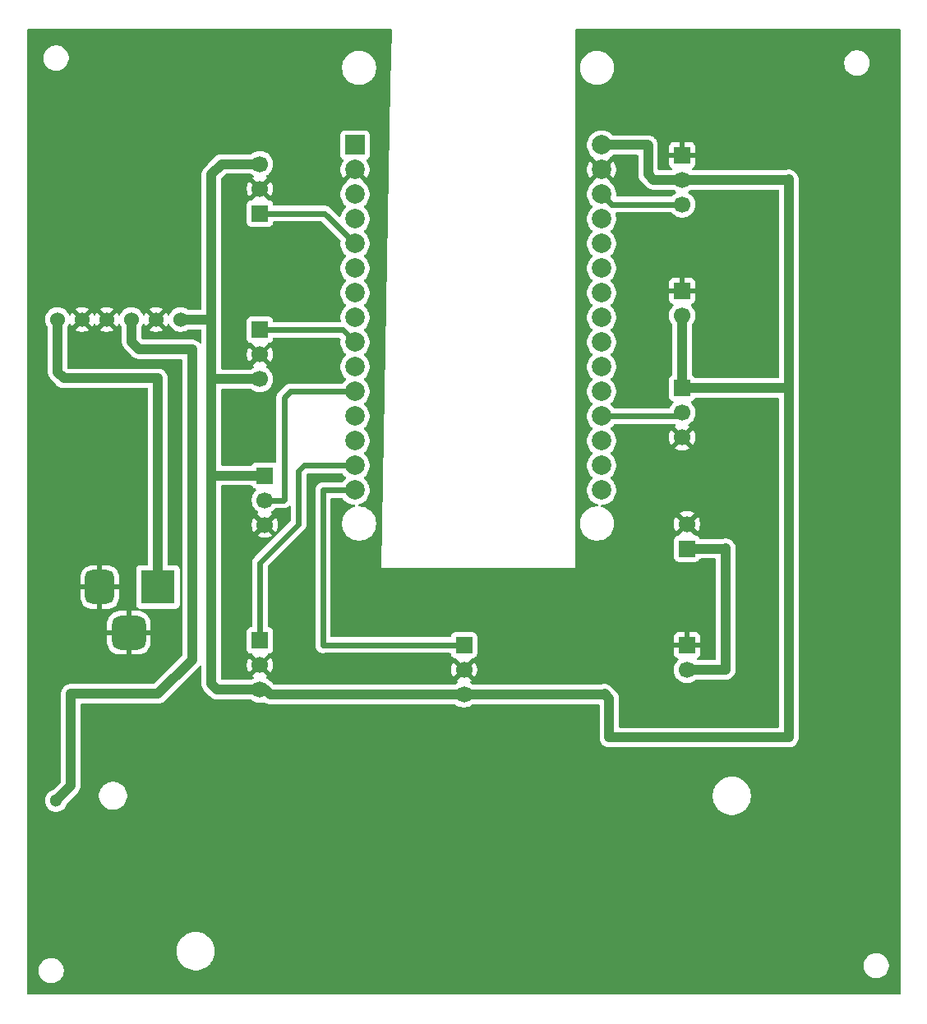
<source format=gbr>
%TF.GenerationSoftware,KiCad,Pcbnew,9.0.6*%
%TF.CreationDate,2025-12-01T09:05:12-05:00*%
%TF.ProjectId,Invernadero Automatizado,496e7665-726e-4616-9465-726f20417574,rev?*%
%TF.SameCoordinates,Original*%
%TF.FileFunction,Copper,L2,Bot*%
%TF.FilePolarity,Positive*%
%FSLAX46Y46*%
G04 Gerber Fmt 4.6, Leading zero omitted, Abs format (unit mm)*
G04 Created by KiCad (PCBNEW 9.0.6) date 2025-12-01 09:05:12*
%MOMM*%
%LPD*%
G01*
G04 APERTURE LIST*
G04 Aperture macros list*
%AMRoundRect*
0 Rectangle with rounded corners*
0 $1 Rounding radius*
0 $2 $3 $4 $5 $6 $7 $8 $9 X,Y pos of 4 corners*
0 Add a 4 corners polygon primitive as box body*
4,1,4,$2,$3,$4,$5,$6,$7,$8,$9,$2,$3,0*
0 Add four circle primitives for the rounded corners*
1,1,$1+$1,$2,$3*
1,1,$1+$1,$4,$5*
1,1,$1+$1,$6,$7*
1,1,$1+$1,$8,$9*
0 Add four rect primitives between the rounded corners*
20,1,$1+$1,$2,$3,$4,$5,0*
20,1,$1+$1,$4,$5,$6,$7,0*
20,1,$1+$1,$6,$7,$8,$9,0*
20,1,$1+$1,$8,$9,$2,$3,0*%
G04 Aperture macros list end*
%TA.AperFunction,ComponentPad*%
%ADD10R,1.700000X1.700000*%
%TD*%
%TA.AperFunction,ComponentPad*%
%ADD11C,1.700000*%
%TD*%
%TA.AperFunction,ComponentPad*%
%ADD12R,3.500000X3.500000*%
%TD*%
%TA.AperFunction,ComponentPad*%
%ADD13RoundRect,0.750000X-0.750000X-1.000000X0.750000X-1.000000X0.750000X1.000000X-0.750000X1.000000X0*%
%TD*%
%TA.AperFunction,ComponentPad*%
%ADD14RoundRect,0.875000X-0.875000X-0.875000X0.875000X-0.875000X0.875000X0.875000X-0.875000X0.875000X0*%
%TD*%
%TA.AperFunction,ComponentPad*%
%ADD15C,1.524000*%
%TD*%
%TA.AperFunction,ComponentPad*%
%ADD16R,2.000000X2.000000*%
%TD*%
%TA.AperFunction,ComponentPad*%
%ADD17C,2.000000*%
%TD*%
%TA.AperFunction,ViaPad*%
%ADD18C,1.300000*%
%TD*%
%TA.AperFunction,Conductor*%
%ADD19C,1.000000*%
%TD*%
%TA.AperFunction,Conductor*%
%ADD20C,0.600000*%
%TD*%
G04 APERTURE END LIST*
D10*
%TO.P,J8,1,Pin_1*%
%TO.N,GND*%
X146000000Y-77500000D03*
D11*
%TO.P,J8,2,Pin_2*%
%TO.N,+5V*%
X146000000Y-80040000D03*
%TD*%
D10*
%TO.P,J6,1,Pin_1*%
%TO.N,/D18*%
X102500000Y-81500000D03*
D11*
%TO.P,J6,2,Pin_2*%
%TO.N,GND*%
X102500000Y-84040000D03*
%TO.P,J6,3,Pin_3*%
%TO.N,+5V*%
X102500000Y-86580000D03*
%TD*%
D10*
%TO.P,J9,1,Pin_1*%
%TO.N,vout*%
X146500000Y-104040000D03*
D11*
%TO.P,J9,2,Pin_2*%
%TO.N,GND*%
X146500000Y-101500000D03*
%TD*%
D10*
%TO.P,J4,1,Pin_1*%
%TO.N,/D22*%
X102500000Y-113500000D03*
D11*
%TO.P,J4,2,Pin_2*%
%TO.N,GND*%
X102500000Y-116040000D03*
%TO.P,J4,3,Pin_3*%
%TO.N,+5V*%
X102500000Y-118580000D03*
%TD*%
D10*
%TO.P,J12,1,Pin_1*%
%TO.N,/D23*%
X123525000Y-113975000D03*
D11*
%TO.P,J12,2,Pin_2*%
%TO.N,GND*%
X123525000Y-116515000D03*
%TO.P,J12,3,Pin_3*%
%TO.N,+5V*%
X123525000Y-119055000D03*
%TD*%
D12*
%TO.P,J7,1*%
%TO.N,VDC*%
X92000000Y-108000000D03*
D13*
%TO.P,J7,2*%
%TO.N,GND*%
X86000000Y-108000000D03*
D14*
%TO.P,J7,3*%
X89000000Y-112700000D03*
%TD*%
D10*
%TO.P,J10,1,Pin_1*%
%TO.N,GND*%
X146500000Y-114000000D03*
D11*
%TO.P,J10,2,Pin_2*%
%TO.N,vout*%
X146500000Y-116540000D03*
%TD*%
D10*
%TO.P,J1,1,Pin_1*%
%TO.N,GND*%
X146000000Y-63500000D03*
D11*
%TO.P,J1,2,Pin_2*%
%TO.N,+5V*%
X146000000Y-66040000D03*
%TO.P,J1,3,Pin_3*%
%TO.N,/D13*%
X146000000Y-68580000D03*
%TD*%
D15*
%TO.P,U1,1,VIN*%
%TO.N,VDC*%
X81650000Y-80430000D03*
%TO.P,U1,2,GND*%
%TO.N,GND*%
X84190000Y-80430000D03*
%TO.P,U1,3,GND*%
X86730000Y-80430000D03*
%TO.P,U1,4,BAT*%
%TO.N,+BATT*%
X89270000Y-80430000D03*
%TO.P,U1,5,GND*%
%TO.N,GND*%
X91810000Y-80430000D03*
%TO.P,U1,6,OUT-5V*%
%TO.N,+5V*%
X94350000Y-80430000D03*
%TD*%
D10*
%TO.P,J3,1,Pin_1*%
%TO.N,+5V*%
X103000000Y-96500000D03*
D11*
%TO.P,J3,2,Pin_2*%
%TO.N,/D21*%
X103000000Y-99040000D03*
%TO.P,J3,3,Pin_3*%
%TO.N,GND*%
X103000000Y-101580000D03*
%TD*%
D10*
%TO.P,J2,1,Pin_1*%
%TO.N,+5V*%
X146000000Y-87500000D03*
D11*
%TO.P,J2,2,Pin_2*%
%TO.N,/GPI034*%
X146000000Y-90040000D03*
%TO.P,J2,3,Pin_3*%
%TO.N,GND*%
X146000000Y-92580000D03*
%TD*%
D10*
%TO.P,J5,1,Pin_1*%
%TO.N,/D4*%
X102500000Y-69500000D03*
D11*
%TO.P,J5,2,Pin_2*%
%TO.N,GND*%
X102500000Y-66960000D03*
%TO.P,J5,3,Pin_3*%
%TO.N,+5V*%
X102500000Y-64420000D03*
%TD*%
D16*
%TO.P,U2,1,3V3*%
%TO.N,unconnected-(U2-3V3-Pad1)*%
X112300000Y-62460000D03*
D17*
%TO.P,U2,2,GND*%
%TO.N,GND*%
X112300000Y-65000000D03*
%TO.P,U2,3,D15*%
%TO.N,unconnected-(U2-D15-Pad3)*%
X112300000Y-67540000D03*
%TO.P,U2,4,D2*%
%TO.N,unconnected-(U2-D2-Pad4)*%
X112300000Y-70080000D03*
%TO.P,U2,5,D4*%
%TO.N,/D4*%
X112300000Y-72620000D03*
%TO.P,U2,6,RX2*%
%TO.N,unconnected-(U2-RX2-Pad6)*%
X112300000Y-75160000D03*
%TO.P,U2,7,TX2*%
%TO.N,unconnected-(U2-TX2-Pad7)*%
X112300000Y-77700000D03*
%TO.P,U2,8,D5*%
%TO.N,unconnected-(U2-D5-Pad8)*%
X112300000Y-80240000D03*
%TO.P,U2,9,D18*%
%TO.N,/D18*%
X112300000Y-82780000D03*
%TO.P,U2,10,D19*%
%TO.N,unconnected-(U2-D19-Pad10)*%
X112300000Y-85320000D03*
%TO.P,U2,11,D21*%
%TO.N,/D21*%
X112300000Y-87860000D03*
%TO.P,U2,12,RX0*%
%TO.N,unconnected-(U2-RX0-Pad12)*%
X112300000Y-90400000D03*
%TO.P,U2,13,TX0*%
%TO.N,unconnected-(U2-TX0-Pad13)*%
X112300000Y-92940000D03*
%TO.P,U2,14,D22*%
%TO.N,/D22*%
X112300000Y-95480000D03*
%TO.P,U2,15,D23*%
%TO.N,/D23*%
X112300000Y-98020000D03*
%TO.P,U2,16,EN*%
%TO.N,unconnected-(U2-EN-Pad16)*%
X137700000Y-98020000D03*
%TO.P,U2,17,VP*%
%TO.N,unconnected-(U2-VP-Pad17)*%
X137700000Y-95480000D03*
%TO.P,U2,18,VN*%
%TO.N,unconnected-(U2-VN-Pad18)*%
X137700000Y-92940000D03*
%TO.P,U2,19,D34*%
%TO.N,/GPI034*%
X137700000Y-90400000D03*
%TO.P,U2,20,D35*%
%TO.N,unconnected-(U2-D35-Pad20)*%
X137700000Y-87860000D03*
%TO.P,U2,21,D32*%
%TO.N,unconnected-(U2-D32-Pad21)*%
X137700000Y-85320000D03*
%TO.P,U2,22,D33*%
%TO.N,unconnected-(U2-D33-Pad22)*%
X137700000Y-82780000D03*
%TO.P,U2,23,D25*%
%TO.N,unconnected-(U2-D25-Pad23)*%
X137700000Y-80240000D03*
%TO.P,U2,24,D26*%
%TO.N,unconnected-(U2-D26-Pad24)*%
X137700000Y-77700000D03*
%TO.P,U2,25,D27*%
%TO.N,unconnected-(U2-D27-Pad25)*%
X137700000Y-75160000D03*
%TO.P,U2,26,D14*%
%TO.N,unconnected-(U2-D14-Pad26)*%
X137700000Y-72620000D03*
%TO.P,U2,27,D12*%
%TO.N,unconnected-(U2-D12-Pad27)*%
X137700000Y-70080000D03*
%TO.P,U2,28,D13*%
%TO.N,/D13*%
X137700000Y-67540000D03*
%TO.P,U2,29,GND*%
%TO.N,GND*%
X137700000Y-65000000D03*
%TO.P,U2,30,VIN*%
%TO.N,+5V*%
X137700000Y-62460000D03*
%TD*%
D18*
%TO.N,GND*%
X153000000Y-68500000D03*
X151500000Y-63500000D03*
X166000000Y-123500000D03*
X154000000Y-91500000D03*
X151500000Y-84500000D03*
%TO.N,+BATT*%
X81500000Y-130000000D03*
%TD*%
D19*
%TO.N,+BATT*%
X83000000Y-128500000D02*
X83000000Y-119000000D01*
X83000000Y-119000000D02*
X92000000Y-119000000D01*
X81500000Y-130000000D02*
X83000000Y-128500000D01*
X95500000Y-83500000D02*
X90040000Y-83500000D01*
X90040000Y-83500000D02*
X89270000Y-82730000D01*
X92000000Y-119000000D02*
X95500000Y-115500000D01*
X89270000Y-82730000D02*
X89270000Y-80430000D01*
X95500000Y-115500000D02*
X95500000Y-83500000D01*
%TO.N,+5V*%
X103080000Y-118580000D02*
X103555000Y-119055000D01*
X146000000Y-80040000D02*
X146000000Y-87500000D01*
X157000000Y-123500000D02*
X157000000Y-87500000D01*
X138000000Y-119000000D02*
X138500000Y-119500000D01*
X98080000Y-118580000D02*
X97500000Y-118000000D01*
X142500000Y-62500000D02*
X142460000Y-62460000D01*
X97580000Y-86580000D02*
X97500000Y-86500000D01*
X102500000Y-86580000D02*
X97580000Y-86580000D01*
X146000000Y-87500000D02*
X157000000Y-87500000D01*
X97500000Y-80500000D02*
X97430000Y-80430000D01*
X142500000Y-65500000D02*
X142500000Y-62500000D01*
X97500000Y-86500000D02*
X97500000Y-80500000D01*
X102500000Y-118580000D02*
X98080000Y-118580000D01*
X97500000Y-65500000D02*
X97500000Y-80500000D01*
X97500000Y-96500000D02*
X97500000Y-86500000D01*
X97500000Y-118000000D02*
X97500000Y-96500000D01*
X143040000Y-66040000D02*
X142500000Y-65500000D01*
X102500000Y-118580000D02*
X103080000Y-118580000D01*
X138500000Y-123500000D02*
X157000000Y-123500000D01*
X146000000Y-66040000D02*
X156960000Y-66040000D01*
X157000000Y-66000000D02*
X157000000Y-80500000D01*
X156960000Y-66040000D02*
X157000000Y-66000000D01*
X138500000Y-119500000D02*
X138500000Y-123500000D01*
X137945000Y-119055000D02*
X138000000Y-119000000D01*
X98580000Y-64420000D02*
X97500000Y-65500000D01*
X97430000Y-80430000D02*
X94350000Y-80430000D01*
X123525000Y-119055000D02*
X137945000Y-119055000D01*
X142460000Y-62460000D02*
X137700000Y-62460000D01*
X102500000Y-64420000D02*
X98580000Y-64420000D01*
X103000000Y-96500000D02*
X97500000Y-96500000D01*
X157000000Y-80500000D02*
X157000000Y-87500000D01*
X103555000Y-119055000D02*
X123525000Y-119055000D01*
X146000000Y-66040000D02*
X143040000Y-66040000D01*
D20*
%TO.N,/GPI034*%
X137700000Y-90400000D02*
X145640000Y-90400000D01*
X145640000Y-90400000D02*
X146000000Y-90040000D01*
%TO.N,/D23*%
X109025000Y-113975000D02*
X109000000Y-114000000D01*
X109020000Y-98020000D02*
X112300000Y-98020000D01*
X109000000Y-114000000D02*
X109000000Y-98000000D01*
X123525000Y-113975000D02*
X109025000Y-113975000D01*
X109000000Y-98000000D02*
X109020000Y-98020000D01*
%TO.N,/D4*%
X102500000Y-69500000D02*
X109180000Y-69500000D01*
X109180000Y-69500000D02*
X112300000Y-72620000D01*
D19*
%TO.N,VDC*%
X81650000Y-85850000D02*
X81650000Y-80430000D01*
X92000000Y-86500000D02*
X82300000Y-86500000D01*
X92957500Y-108542500D02*
X93000000Y-108500000D01*
X92000000Y-108000000D02*
X92000000Y-86500000D01*
X82300000Y-86500000D02*
X81650000Y-85850000D01*
D20*
%TO.N,/D13*%
X138740000Y-68580000D02*
X146000000Y-68580000D01*
X137700000Y-67540000D02*
X138740000Y-68580000D01*
%TO.N,/D18*%
X102500000Y-81500000D02*
X111020000Y-81500000D01*
X111020000Y-81500000D02*
X112300000Y-82780000D01*
%TO.N,/D21*%
X105000000Y-88500000D02*
X105640000Y-87860000D01*
X105640000Y-87860000D02*
X112300000Y-87860000D01*
X103000000Y-99040000D02*
X104960000Y-99040000D01*
X104960000Y-99040000D02*
X105000000Y-99000000D01*
X105000000Y-99000000D02*
X105000000Y-88500000D01*
%TO.N,/D22*%
X106500000Y-96000000D02*
X107020000Y-95480000D01*
X106500000Y-101500000D02*
X106500000Y-96000000D01*
X107020000Y-95480000D02*
X112300000Y-95480000D01*
X102500000Y-105500000D02*
X106500000Y-101500000D01*
X102500000Y-113500000D02*
X102500000Y-105500000D01*
D19*
%TO.N,vout*%
X150500000Y-116500000D02*
X150500000Y-104000000D01*
X150500000Y-104000000D02*
X150460000Y-104040000D01*
X150460000Y-104040000D02*
X146500000Y-104040000D01*
X150460000Y-116540000D02*
X150500000Y-116500000D01*
X146500000Y-116540000D02*
X150460000Y-116540000D01*
%TD*%
%TA.AperFunction,Conductor*%
%TO.N,GND*%
G36*
X111030735Y-96300185D02*
G01*
X111064013Y-96331613D01*
X111155483Y-96457510D01*
X111322490Y-96624517D01*
X111357127Y-96649683D01*
X111399792Y-96705013D01*
X111405771Y-96774626D01*
X111373165Y-96836421D01*
X111357130Y-96850315D01*
X111339365Y-96863222D01*
X111322488Y-96875484D01*
X111155485Y-97042487D01*
X111155485Y-97042488D01*
X111155483Y-97042490D01*
X111064014Y-97168386D01*
X111008684Y-97211051D01*
X110963696Y-97219500D01*
X109191599Y-97219500D01*
X109167408Y-97217117D01*
X109136912Y-97211051D01*
X109078844Y-97199500D01*
X109078842Y-97199500D01*
X108921158Y-97199500D01*
X108921155Y-97199500D01*
X108766510Y-97230261D01*
X108766498Y-97230264D01*
X108620827Y-97290602D01*
X108620814Y-97290609D01*
X108489711Y-97378210D01*
X108489707Y-97378213D01*
X108378213Y-97489707D01*
X108378210Y-97489711D01*
X108290609Y-97620814D01*
X108290602Y-97620827D01*
X108230264Y-97766498D01*
X108230261Y-97766510D01*
X108199500Y-97921153D01*
X108199500Y-114078846D01*
X108230261Y-114233489D01*
X108230264Y-114233501D01*
X108290602Y-114379172D01*
X108290609Y-114379185D01*
X108378210Y-114510288D01*
X108378213Y-114510292D01*
X108489707Y-114621786D01*
X108489711Y-114621789D01*
X108620814Y-114709390D01*
X108620827Y-114709397D01*
X108766498Y-114769735D01*
X108766503Y-114769737D01*
X108887440Y-114793793D01*
X108921153Y-114800499D01*
X108921156Y-114800500D01*
X108921158Y-114800500D01*
X109078844Y-114800500D01*
X109157354Y-114784882D01*
X109192545Y-114777882D01*
X109216736Y-114775500D01*
X122052649Y-114775500D01*
X122119688Y-114795185D01*
X122165443Y-114847989D01*
X122175939Y-114886248D01*
X122180908Y-114932483D01*
X122231202Y-115067328D01*
X122231206Y-115067335D01*
X122317452Y-115182544D01*
X122317455Y-115182547D01*
X122432664Y-115268793D01*
X122432671Y-115268797D01*
X122458102Y-115278282D01*
X122567517Y-115319091D01*
X122627127Y-115325500D01*
X122637685Y-115325499D01*
X122704723Y-115345179D01*
X122725372Y-115361818D01*
X123395591Y-116032037D01*
X123332007Y-116049075D01*
X123217993Y-116114901D01*
X123124901Y-116207993D01*
X123059075Y-116322007D01*
X123042037Y-116385591D01*
X122409728Y-115753282D01*
X122409727Y-115753282D01*
X122370380Y-115807439D01*
X122273904Y-115996782D01*
X122208242Y-116198869D01*
X122208242Y-116198872D01*
X122175000Y-116408753D01*
X122175000Y-116621246D01*
X122208242Y-116831127D01*
X122208242Y-116831130D01*
X122273904Y-117033217D01*
X122370375Y-117222550D01*
X122409728Y-117276716D01*
X123042037Y-116644408D01*
X123059075Y-116707993D01*
X123124901Y-116822007D01*
X123217993Y-116915099D01*
X123332007Y-116980925D01*
X123395590Y-116997962D01*
X122763282Y-117630269D01*
X122763282Y-117630270D01*
X122817452Y-117669626D01*
X122817451Y-117669626D01*
X122826495Y-117674234D01*
X122877292Y-117722208D01*
X122894087Y-117790029D01*
X122871550Y-117856164D01*
X122826499Y-117895202D01*
X122817182Y-117899949D01*
X122641266Y-118027759D01*
X122640635Y-118026891D01*
X122581581Y-118053359D01*
X122564800Y-118054500D01*
X104020782Y-118054500D01*
X103991341Y-118045855D01*
X103961355Y-118039332D01*
X103956339Y-118035577D01*
X103953743Y-118034815D01*
X103933101Y-118018181D01*
X103864209Y-117949289D01*
X103864207Y-117949286D01*
X103864206Y-117949285D01*
X103864206Y-117949286D01*
X103857139Y-117942219D01*
X103857139Y-117942218D01*
X103717782Y-117802861D01*
X103717781Y-117802860D01*
X103717780Y-117802859D01*
X103553920Y-117693371D01*
X103553910Y-117693366D01*
X103524377Y-117681133D01*
X103484149Y-117654253D01*
X103379786Y-117549890D01*
X103207817Y-117424949D01*
X103198504Y-117420204D01*
X103147707Y-117372230D01*
X103130912Y-117304409D01*
X103153449Y-117238274D01*
X103198507Y-117199232D01*
X103207555Y-117194622D01*
X103261716Y-117155270D01*
X103261717Y-117155270D01*
X102629408Y-116522962D01*
X102692993Y-116505925D01*
X102807007Y-116440099D01*
X102900099Y-116347007D01*
X102965925Y-116232993D01*
X102982962Y-116169409D01*
X103615270Y-116801717D01*
X103615270Y-116801716D01*
X103654622Y-116747554D01*
X103751095Y-116558217D01*
X103813692Y-116365563D01*
X103813692Y-116365562D01*
X103813693Y-116365560D01*
X103816757Y-116356129D01*
X103816757Y-116356127D01*
X103850000Y-116146246D01*
X103850000Y-115933753D01*
X103816757Y-115723872D01*
X103816757Y-115723869D01*
X103751095Y-115521782D01*
X103654624Y-115332449D01*
X103615270Y-115278282D01*
X103615269Y-115278282D01*
X102982962Y-115910590D01*
X102965925Y-115847007D01*
X102900099Y-115732993D01*
X102807007Y-115639901D01*
X102692993Y-115574075D01*
X102629409Y-115557037D01*
X103299627Y-114886818D01*
X103360950Y-114853333D01*
X103387307Y-114850499D01*
X103397872Y-114850499D01*
X103457483Y-114844091D01*
X103592331Y-114793796D01*
X103707546Y-114707546D01*
X103793796Y-114592331D01*
X103844091Y-114457483D01*
X103850500Y-114397873D01*
X103850499Y-112602128D01*
X103844091Y-112542517D01*
X103809584Y-112450000D01*
X103793797Y-112407671D01*
X103793793Y-112407664D01*
X103707547Y-112292455D01*
X103707544Y-112292452D01*
X103592335Y-112206206D01*
X103592328Y-112206202D01*
X103457483Y-112155908D01*
X103411243Y-112150937D01*
X103346693Y-112124199D01*
X103306845Y-112066806D01*
X103300500Y-112027648D01*
X103300500Y-105882940D01*
X103320185Y-105815901D01*
X103336819Y-105795259D01*
X107121786Y-102010292D01*
X107121789Y-102010289D01*
X107209394Y-101879179D01*
X107269737Y-101733497D01*
X107300500Y-101578842D01*
X107300500Y-96404500D01*
X107320185Y-96337461D01*
X107372989Y-96291706D01*
X107424500Y-96280500D01*
X110963696Y-96280500D01*
X111030735Y-96300185D01*
G37*
%TD.AperFunction*%
%TA.AperFunction,Conductor*%
G36*
X101652898Y-97520185D02*
G01*
X101698653Y-97572989D01*
X101702030Y-97581140D01*
X101706204Y-97592331D01*
X101706205Y-97592332D01*
X101706206Y-97592335D01*
X101792452Y-97707544D01*
X101792455Y-97707547D01*
X101907664Y-97793793D01*
X101907671Y-97793797D01*
X102039082Y-97842810D01*
X102095016Y-97884681D01*
X102119433Y-97950145D01*
X102104582Y-98018418D01*
X102083431Y-98046673D01*
X101969889Y-98160215D01*
X101844951Y-98332179D01*
X101748444Y-98521585D01*
X101682753Y-98723760D01*
X101649500Y-98933713D01*
X101649500Y-99146287D01*
X101682754Y-99356243D01*
X101748261Y-99557853D01*
X101748444Y-99558414D01*
X101844951Y-99747820D01*
X101969890Y-99919786D01*
X102120213Y-100070109D01*
X102292179Y-100195048D01*
X102292181Y-100195049D01*
X102292184Y-100195051D01*
X102301493Y-100199794D01*
X102352290Y-100247766D01*
X102369087Y-100315587D01*
X102346552Y-100381722D01*
X102301505Y-100420760D01*
X102292446Y-100425376D01*
X102292440Y-100425380D01*
X102238282Y-100464727D01*
X102238282Y-100464728D01*
X102870591Y-101097037D01*
X102807007Y-101114075D01*
X102692993Y-101179901D01*
X102599901Y-101272993D01*
X102534075Y-101387007D01*
X102517037Y-101450591D01*
X101884728Y-100818282D01*
X101884727Y-100818282D01*
X101845380Y-100872439D01*
X101748904Y-101061782D01*
X101683242Y-101263869D01*
X101683242Y-101263872D01*
X101650000Y-101473753D01*
X101650000Y-101686246D01*
X101683242Y-101896127D01*
X101683242Y-101896130D01*
X101748904Y-102098217D01*
X101845375Y-102287550D01*
X101884728Y-102341716D01*
X102517037Y-101709408D01*
X102534075Y-101772993D01*
X102599901Y-101887007D01*
X102692993Y-101980099D01*
X102807007Y-102045925D01*
X102870590Y-102062962D01*
X102238282Y-102695269D01*
X102238282Y-102695270D01*
X102292449Y-102734624D01*
X102481782Y-102831095D01*
X102683870Y-102896757D01*
X102893754Y-102930000D01*
X103106246Y-102930000D01*
X103316127Y-102896757D01*
X103316130Y-102896757D01*
X103518217Y-102831095D01*
X103707554Y-102734622D01*
X103761716Y-102695270D01*
X103761717Y-102695270D01*
X103129408Y-102062962D01*
X103192993Y-102045925D01*
X103307007Y-101980099D01*
X103400099Y-101887007D01*
X103465925Y-101772993D01*
X103482962Y-101709409D01*
X104115270Y-102341717D01*
X104115270Y-102341716D01*
X104154622Y-102287554D01*
X104251095Y-102098217D01*
X104316757Y-101896130D01*
X104316757Y-101896127D01*
X104350000Y-101686246D01*
X104350000Y-101473753D01*
X104316757Y-101263872D01*
X104316757Y-101263869D01*
X104251095Y-101061782D01*
X104154624Y-100872449D01*
X104115270Y-100818282D01*
X104115269Y-100818282D01*
X103482962Y-101450590D01*
X103465925Y-101387007D01*
X103400099Y-101272993D01*
X103307007Y-101179901D01*
X103192993Y-101114075D01*
X103129409Y-101097037D01*
X103761716Y-100464728D01*
X103707547Y-100425373D01*
X103707547Y-100425372D01*
X103698500Y-100420763D01*
X103647706Y-100372788D01*
X103630912Y-100304966D01*
X103653451Y-100238832D01*
X103698508Y-100199793D01*
X103707816Y-100195051D01*
X103795864Y-100131081D01*
X103879786Y-100070109D01*
X103879788Y-100070106D01*
X103879792Y-100070104D01*
X104030104Y-99919792D01*
X104050577Y-99891613D01*
X104105906Y-99848949D01*
X104150894Y-99840500D01*
X105038844Y-99840500D01*
X105038845Y-99840499D01*
X105193497Y-99809737D01*
X105339179Y-99749394D01*
X105470289Y-99661789D01*
X105474447Y-99657631D01*
X105487819Y-99644260D01*
X105549142Y-99610775D01*
X105618834Y-99615759D01*
X105674767Y-99657631D01*
X105699184Y-99723095D01*
X105699500Y-99731941D01*
X105699500Y-101117060D01*
X105679815Y-101184099D01*
X105663181Y-101204741D01*
X101989711Y-104878211D01*
X101933960Y-104933962D01*
X101878209Y-104989712D01*
X101790609Y-105120814D01*
X101790602Y-105120827D01*
X101730264Y-105266498D01*
X101730261Y-105266510D01*
X101699500Y-105421153D01*
X101699500Y-112027648D01*
X101679815Y-112094687D01*
X101627011Y-112140442D01*
X101588755Y-112150938D01*
X101542516Y-112155909D01*
X101407671Y-112206202D01*
X101407664Y-112206206D01*
X101292455Y-112292452D01*
X101292452Y-112292455D01*
X101206206Y-112407664D01*
X101206202Y-112407671D01*
X101155908Y-112542517D01*
X101149501Y-112602116D01*
X101149501Y-112602123D01*
X101149500Y-112602135D01*
X101149500Y-114397870D01*
X101149501Y-114397876D01*
X101155908Y-114457483D01*
X101206202Y-114592328D01*
X101206206Y-114592335D01*
X101292452Y-114707544D01*
X101292455Y-114707547D01*
X101407664Y-114793793D01*
X101407671Y-114793797D01*
X101425643Y-114800500D01*
X101542517Y-114844091D01*
X101602127Y-114850500D01*
X101612685Y-114850499D01*
X101679723Y-114870179D01*
X101700372Y-114886818D01*
X102370591Y-115557037D01*
X102307007Y-115574075D01*
X102192993Y-115639901D01*
X102099901Y-115732993D01*
X102034075Y-115847007D01*
X102017037Y-115910591D01*
X101384728Y-115278282D01*
X101384727Y-115278282D01*
X101345380Y-115332439D01*
X101248904Y-115521782D01*
X101183242Y-115723869D01*
X101183242Y-115723872D01*
X101150000Y-115933753D01*
X101150000Y-116146246D01*
X101183242Y-116356127D01*
X101183242Y-116356130D01*
X101248904Y-116558217D01*
X101345375Y-116747550D01*
X101384728Y-116801716D01*
X102017037Y-116169408D01*
X102034075Y-116232993D01*
X102099901Y-116347007D01*
X102192993Y-116440099D01*
X102307007Y-116505925D01*
X102370590Y-116522962D01*
X101738282Y-117155269D01*
X101738282Y-117155270D01*
X101792452Y-117194626D01*
X101792451Y-117194626D01*
X101801495Y-117199234D01*
X101852292Y-117247208D01*
X101869087Y-117315029D01*
X101846550Y-117381164D01*
X101801499Y-117420202D01*
X101792182Y-117424949D01*
X101616266Y-117552759D01*
X101615635Y-117551891D01*
X101556581Y-117578359D01*
X101539800Y-117579500D01*
X98624500Y-117579500D01*
X98557461Y-117559815D01*
X98511706Y-117507011D01*
X98500500Y-117455500D01*
X98500500Y-97624500D01*
X98520185Y-97557461D01*
X98572989Y-97511706D01*
X98624500Y-97500500D01*
X101585859Y-97500500D01*
X101652898Y-97520185D01*
G37*
%TD.AperFunction*%
%TA.AperFunction,Conductor*%
G36*
X110666500Y-82309144D02*
G01*
X110696487Y-82315668D01*
X110701502Y-82319422D01*
X110704099Y-82320185D01*
X110724741Y-82336819D01*
X110789051Y-82401129D01*
X110822536Y-82462452D01*
X110823843Y-82508208D01*
X110799500Y-82661902D01*
X110799500Y-82898097D01*
X110836446Y-83131368D01*
X110909433Y-83355996D01*
X110993906Y-83521782D01*
X111016657Y-83566433D01*
X111155483Y-83757510D01*
X111322490Y-83924517D01*
X111357127Y-83949683D01*
X111399792Y-84005013D01*
X111405771Y-84074626D01*
X111373165Y-84136421D01*
X111357130Y-84150315D01*
X111339365Y-84163222D01*
X111322488Y-84175484D01*
X111155485Y-84342487D01*
X111155485Y-84342488D01*
X111155483Y-84342490D01*
X111145573Y-84356130D01*
X111016657Y-84533566D01*
X110909433Y-84744003D01*
X110836446Y-84968631D01*
X110799500Y-85201902D01*
X110799500Y-85438097D01*
X110836446Y-85671368D01*
X110909433Y-85895996D01*
X111010679Y-86094701D01*
X111016657Y-86106433D01*
X111155483Y-86297510D01*
X111322490Y-86464517D01*
X111357127Y-86489683D01*
X111399792Y-86545013D01*
X111405771Y-86614626D01*
X111373165Y-86676421D01*
X111357130Y-86690315D01*
X111339365Y-86703222D01*
X111322488Y-86715484D01*
X111155485Y-86882487D01*
X111155485Y-86882488D01*
X111155483Y-86882490D01*
X111145494Y-86896239D01*
X111064014Y-87008386D01*
X111008684Y-87051051D01*
X110963696Y-87059500D01*
X105561153Y-87059500D01*
X105406510Y-87090260D01*
X105406502Y-87090262D01*
X105260824Y-87150604D01*
X105260814Y-87150609D01*
X105129711Y-87238210D01*
X105129707Y-87238213D01*
X104632874Y-87735048D01*
X104489711Y-87878211D01*
X104437422Y-87930500D01*
X104378209Y-87989712D01*
X104290609Y-88120814D01*
X104290602Y-88120827D01*
X104230264Y-88266498D01*
X104230261Y-88266510D01*
X104199500Y-88421153D01*
X104199500Y-95067581D01*
X104179815Y-95134620D01*
X104127011Y-95180375D01*
X104057853Y-95190319D01*
X104032168Y-95183763D01*
X103957485Y-95155909D01*
X103957483Y-95155908D01*
X103897883Y-95149501D01*
X103897881Y-95149500D01*
X103897873Y-95149500D01*
X103897864Y-95149500D01*
X102102129Y-95149500D01*
X102102123Y-95149501D01*
X102042516Y-95155908D01*
X101907671Y-95206202D01*
X101907664Y-95206206D01*
X101792455Y-95292452D01*
X101792452Y-95292455D01*
X101706206Y-95407664D01*
X101706204Y-95407668D01*
X101706204Y-95407669D01*
X101702039Y-95418834D01*
X101660171Y-95474766D01*
X101594707Y-95499184D01*
X101585859Y-95499500D01*
X98624500Y-95499500D01*
X98557461Y-95479815D01*
X98511706Y-95427011D01*
X98500500Y-95375500D01*
X98500500Y-87704500D01*
X98520185Y-87637461D01*
X98572989Y-87591706D01*
X98624500Y-87580500D01*
X101539800Y-87580500D01*
X101606839Y-87600185D01*
X101619365Y-87609493D01*
X101792179Y-87735048D01*
X101792181Y-87735049D01*
X101792184Y-87735051D01*
X101981588Y-87831557D01*
X102183757Y-87897246D01*
X102393713Y-87930500D01*
X102393714Y-87930500D01*
X102606286Y-87930500D01*
X102606287Y-87930500D01*
X102816243Y-87897246D01*
X103018412Y-87831557D01*
X103207816Y-87735051D01*
X103249866Y-87704500D01*
X103379786Y-87610109D01*
X103379788Y-87610106D01*
X103379792Y-87610104D01*
X103530104Y-87459792D01*
X103530106Y-87459788D01*
X103530109Y-87459786D01*
X103655048Y-87287820D01*
X103655047Y-87287820D01*
X103655051Y-87287816D01*
X103751557Y-87098412D01*
X103817246Y-86896243D01*
X103850500Y-86686287D01*
X103850500Y-86473713D01*
X103817246Y-86263757D01*
X103751557Y-86061588D01*
X103655051Y-85872184D01*
X103655049Y-85872181D01*
X103655048Y-85872179D01*
X103530109Y-85700213D01*
X103379786Y-85549890D01*
X103207817Y-85424949D01*
X103198504Y-85420204D01*
X103147707Y-85372230D01*
X103130912Y-85304409D01*
X103153449Y-85238274D01*
X103198507Y-85199232D01*
X103207555Y-85194622D01*
X103261716Y-85155270D01*
X103261717Y-85155270D01*
X102629408Y-84522962D01*
X102692993Y-84505925D01*
X102807007Y-84440099D01*
X102900099Y-84347007D01*
X102965925Y-84232993D01*
X102982962Y-84169409D01*
X103615270Y-84801717D01*
X103615270Y-84801716D01*
X103654622Y-84747554D01*
X103751095Y-84558217D01*
X103816757Y-84356130D01*
X103816757Y-84356127D01*
X103850000Y-84146246D01*
X103850000Y-83933753D01*
X103816757Y-83723872D01*
X103816757Y-83723869D01*
X103751095Y-83521782D01*
X103654624Y-83332449D01*
X103615270Y-83278282D01*
X103615269Y-83278282D01*
X102982962Y-83910590D01*
X102965925Y-83847007D01*
X102900099Y-83732993D01*
X102807007Y-83639901D01*
X102692993Y-83574075D01*
X102629409Y-83557037D01*
X103299627Y-82886818D01*
X103360950Y-82853333D01*
X103387307Y-82850499D01*
X103397872Y-82850499D01*
X103457483Y-82844091D01*
X103592331Y-82793796D01*
X103707546Y-82707546D01*
X103793796Y-82592331D01*
X103844091Y-82457483D01*
X103849062Y-82411242D01*
X103875799Y-82346694D01*
X103933191Y-82306846D01*
X103972351Y-82300500D01*
X110637060Y-82300500D01*
X110666500Y-82309144D01*
G37*
%TD.AperFunction*%
%TA.AperFunction,Conductor*%
G36*
X155942539Y-67060185D02*
G01*
X155988294Y-67112989D01*
X155999500Y-67164500D01*
X155999500Y-86375500D01*
X155979815Y-86442539D01*
X155927011Y-86488294D01*
X155875500Y-86499500D01*
X147414141Y-86499500D01*
X147347102Y-86479815D01*
X147301347Y-86427011D01*
X147297969Y-86418859D01*
X147293796Y-86407669D01*
X147293793Y-86407665D01*
X147293793Y-86407664D01*
X147207547Y-86292455D01*
X147207544Y-86292452D01*
X147092335Y-86206206D01*
X147092332Y-86206205D01*
X147092331Y-86206204D01*
X147081161Y-86202038D01*
X147025231Y-86160166D01*
X147000816Y-86094701D01*
X147000500Y-86085858D01*
X147000500Y-81000199D01*
X147020185Y-80933160D01*
X147029471Y-80920664D01*
X147155048Y-80747820D01*
X147155047Y-80747820D01*
X147155051Y-80747816D01*
X147251557Y-80558412D01*
X147317246Y-80356243D01*
X147350500Y-80146287D01*
X147350500Y-79933713D01*
X147317246Y-79723757D01*
X147251557Y-79521588D01*
X147155051Y-79332184D01*
X147155049Y-79332181D01*
X147155048Y-79332179D01*
X147030109Y-79160213D01*
X146916181Y-79046285D01*
X146882696Y-78984962D01*
X146887680Y-78915270D01*
X146929552Y-78859337D01*
X146960529Y-78842422D01*
X147092086Y-78793354D01*
X147092093Y-78793350D01*
X147207187Y-78707190D01*
X147207190Y-78707187D01*
X147293350Y-78592093D01*
X147293354Y-78592086D01*
X147343596Y-78457379D01*
X147343598Y-78457372D01*
X147349999Y-78397844D01*
X147350000Y-78397827D01*
X147350000Y-77750000D01*
X146433012Y-77750000D01*
X146465925Y-77692993D01*
X146500000Y-77565826D01*
X146500000Y-77434174D01*
X146465925Y-77307007D01*
X146433012Y-77250000D01*
X147350000Y-77250000D01*
X147350000Y-76602172D01*
X147349999Y-76602155D01*
X147343598Y-76542627D01*
X147343596Y-76542620D01*
X147293354Y-76407913D01*
X147293350Y-76407906D01*
X147207190Y-76292812D01*
X147207187Y-76292809D01*
X147092093Y-76206649D01*
X147092086Y-76206645D01*
X146957379Y-76156403D01*
X146957372Y-76156401D01*
X146897844Y-76150000D01*
X146250000Y-76150000D01*
X146250000Y-77066988D01*
X146192993Y-77034075D01*
X146065826Y-77000000D01*
X145934174Y-77000000D01*
X145807007Y-77034075D01*
X145750000Y-77066988D01*
X145750000Y-76150000D01*
X145102155Y-76150000D01*
X145042627Y-76156401D01*
X145042620Y-76156403D01*
X144907913Y-76206645D01*
X144907906Y-76206649D01*
X144792812Y-76292809D01*
X144792809Y-76292812D01*
X144706649Y-76407906D01*
X144706645Y-76407913D01*
X144656403Y-76542620D01*
X144656401Y-76542627D01*
X144650000Y-76602155D01*
X144650000Y-77250000D01*
X145566988Y-77250000D01*
X145534075Y-77307007D01*
X145500000Y-77434174D01*
X145500000Y-77565826D01*
X145534075Y-77692993D01*
X145566988Y-77750000D01*
X144650000Y-77750000D01*
X144650000Y-78397844D01*
X144656401Y-78457372D01*
X144656403Y-78457379D01*
X144706645Y-78592086D01*
X144706649Y-78592093D01*
X144792809Y-78707187D01*
X144792812Y-78707190D01*
X144907906Y-78793350D01*
X144907913Y-78793354D01*
X145039470Y-78842422D01*
X145095404Y-78884293D01*
X145119821Y-78949758D01*
X145104969Y-79018031D01*
X145083819Y-79046285D01*
X144969889Y-79160215D01*
X144844951Y-79332179D01*
X144748444Y-79521585D01*
X144682753Y-79723760D01*
X144649500Y-79933713D01*
X144649500Y-80146286D01*
X144678698Y-80330639D01*
X144682754Y-80356243D01*
X144747692Y-80556102D01*
X144748444Y-80558414D01*
X144844951Y-80747820D01*
X144972759Y-80923734D01*
X144971888Y-80924366D01*
X144998357Y-80983401D01*
X144999500Y-81000199D01*
X144999500Y-86085858D01*
X144979815Y-86152897D01*
X144927011Y-86198652D01*
X144918847Y-86202034D01*
X144907669Y-86206204D01*
X144907664Y-86206206D01*
X144792455Y-86292452D01*
X144792452Y-86292455D01*
X144706206Y-86407664D01*
X144706202Y-86407671D01*
X144655908Y-86542517D01*
X144649501Y-86602116D01*
X144649500Y-86602135D01*
X144649500Y-88397870D01*
X144649501Y-88397876D01*
X144655908Y-88457483D01*
X144706202Y-88592328D01*
X144706206Y-88592335D01*
X144792452Y-88707544D01*
X144792455Y-88707547D01*
X144907664Y-88793793D01*
X144907671Y-88793797D01*
X145039082Y-88842810D01*
X145095016Y-88884681D01*
X145119433Y-88950145D01*
X145104582Y-89018418D01*
X145083431Y-89046673D01*
X144969889Y-89160215D01*
X144844951Y-89332179D01*
X144748442Y-89521589D01*
X144747876Y-89522956D01*
X144747522Y-89523395D01*
X144746231Y-89525929D01*
X144745698Y-89525657D01*
X144704033Y-89577358D01*
X144637738Y-89599421D01*
X144633316Y-89599500D01*
X139036304Y-89599500D01*
X138969265Y-89579815D01*
X138935986Y-89548386D01*
X138919670Y-89525929D01*
X138844517Y-89422490D01*
X138677510Y-89255483D01*
X138642872Y-89230317D01*
X138600207Y-89174989D01*
X138594228Y-89105375D01*
X138626833Y-89043580D01*
X138642873Y-89029682D01*
X138677510Y-89004517D01*
X138844517Y-88837510D01*
X138983343Y-88646433D01*
X139090568Y-88435992D01*
X139163553Y-88211368D01*
X139177894Y-88120821D01*
X139200500Y-87978097D01*
X139200500Y-87741902D01*
X139163553Y-87508631D01*
X139123911Y-87386628D01*
X139090568Y-87284008D01*
X139090566Y-87284005D01*
X139090566Y-87284003D01*
X139016060Y-87137778D01*
X138983343Y-87073567D01*
X138844517Y-86882490D01*
X138677510Y-86715483D01*
X138642872Y-86690317D01*
X138600207Y-86634989D01*
X138594228Y-86565375D01*
X138626833Y-86503580D01*
X138642873Y-86489682D01*
X138677510Y-86464517D01*
X138844517Y-86297510D01*
X138983343Y-86106433D01*
X139090568Y-85895992D01*
X139163553Y-85671368D01*
X139172740Y-85613364D01*
X139200500Y-85438097D01*
X139200500Y-85201902D01*
X139163553Y-84968631D01*
X139109319Y-84801717D01*
X139090568Y-84744008D01*
X139090566Y-84744005D01*
X139090566Y-84744003D01*
X139029676Y-84624500D01*
X138983343Y-84533567D01*
X138844517Y-84342490D01*
X138677510Y-84175483D01*
X138642872Y-84150317D01*
X138600207Y-84094989D01*
X138594228Y-84025375D01*
X138626833Y-83963580D01*
X138642873Y-83949682D01*
X138677510Y-83924517D01*
X138844517Y-83757510D01*
X138983343Y-83566433D01*
X139090568Y-83355992D01*
X139163553Y-83131368D01*
X139180901Y-83021836D01*
X139200500Y-82898097D01*
X139200500Y-82661902D01*
X139163553Y-82428631D01*
X139090566Y-82204003D01*
X138983342Y-81993566D01*
X138844517Y-81802490D01*
X138677510Y-81635483D01*
X138642872Y-81610317D01*
X138600207Y-81554989D01*
X138594228Y-81485375D01*
X138626833Y-81423580D01*
X138642873Y-81409682D01*
X138677510Y-81384517D01*
X138844517Y-81217510D01*
X138983343Y-81026433D01*
X139090568Y-80815992D01*
X139163553Y-80591368D01*
X139171290Y-80542517D01*
X139200500Y-80358097D01*
X139200500Y-80121902D01*
X139163553Y-79888631D01*
X139112427Y-79731282D01*
X139090568Y-79664008D01*
X139090566Y-79664005D01*
X139090566Y-79664003D01*
X138983342Y-79453566D01*
X138965857Y-79429500D01*
X138844517Y-79262490D01*
X138677510Y-79095483D01*
X138642872Y-79070317D01*
X138600207Y-79014989D01*
X138594228Y-78945375D01*
X138626833Y-78883580D01*
X138642873Y-78869682D01*
X138677510Y-78844517D01*
X138844517Y-78677510D01*
X138983343Y-78486433D01*
X139090568Y-78275992D01*
X139163553Y-78051368D01*
X139177086Y-77965925D01*
X139200500Y-77818097D01*
X139200500Y-77581902D01*
X139163553Y-77348631D01*
X139129689Y-77244412D01*
X139090568Y-77124008D01*
X139090566Y-77124005D01*
X139090566Y-77124003D01*
X138983342Y-76913566D01*
X138844517Y-76722490D01*
X138677510Y-76555483D01*
X138636653Y-76525798D01*
X138631043Y-76520550D01*
X138617038Y-76496815D01*
X138600207Y-76474989D01*
X138599533Y-76467150D01*
X138595536Y-76460375D01*
X138596586Y-76432834D01*
X138594228Y-76405375D01*
X138597899Y-76398417D01*
X138598199Y-76390557D01*
X138613970Y-76367958D01*
X138626833Y-76343580D01*
X138637332Y-76334482D01*
X138638185Y-76333261D01*
X138639246Y-76332824D01*
X138642873Y-76329682D01*
X138677510Y-76304517D01*
X138844517Y-76137510D01*
X138983343Y-75946433D01*
X139090568Y-75735992D01*
X139163553Y-75511368D01*
X139200500Y-75278097D01*
X139200500Y-75041902D01*
X139163553Y-74808631D01*
X139090566Y-74584003D01*
X138983342Y-74373566D01*
X138844517Y-74182490D01*
X138677510Y-74015483D01*
X138642872Y-73990317D01*
X138600207Y-73934989D01*
X138594228Y-73865375D01*
X138626833Y-73803580D01*
X138642873Y-73789682D01*
X138677510Y-73764517D01*
X138844517Y-73597510D01*
X138983343Y-73406433D01*
X139090568Y-73195992D01*
X139163553Y-72971368D01*
X139200500Y-72738097D01*
X139200500Y-72501902D01*
X139163553Y-72268631D01*
X139090566Y-72044003D01*
X138983342Y-71833566D01*
X138844517Y-71642490D01*
X138677510Y-71475483D01*
X138642872Y-71450317D01*
X138600207Y-71394989D01*
X138594228Y-71325375D01*
X138626833Y-71263580D01*
X138642873Y-71249682D01*
X138677510Y-71224517D01*
X138844517Y-71057510D01*
X138983343Y-70866433D01*
X139090568Y-70655992D01*
X139163553Y-70431368D01*
X139181163Y-70320185D01*
X139200500Y-70198097D01*
X139200500Y-69961902D01*
X139163553Y-69728631D01*
X139103178Y-69542819D01*
X139101183Y-69472978D01*
X139137263Y-69413145D01*
X139199964Y-69382316D01*
X139221109Y-69380500D01*
X144849106Y-69380500D01*
X144916145Y-69400185D01*
X144949422Y-69431612D01*
X144969896Y-69459792D01*
X144969898Y-69459794D01*
X145120213Y-69610109D01*
X145292179Y-69735048D01*
X145292181Y-69735049D01*
X145292184Y-69735051D01*
X145481588Y-69831557D01*
X145683757Y-69897246D01*
X145893713Y-69930500D01*
X145893714Y-69930500D01*
X146106286Y-69930500D01*
X146106287Y-69930500D01*
X146316243Y-69897246D01*
X146518412Y-69831557D01*
X146707816Y-69735051D01*
X146729789Y-69719086D01*
X146879786Y-69610109D01*
X146879788Y-69610106D01*
X146879792Y-69610104D01*
X147030104Y-69459792D01*
X147030106Y-69459788D01*
X147030109Y-69459786D01*
X147155048Y-69287820D01*
X147155047Y-69287820D01*
X147155051Y-69287816D01*
X147251557Y-69098412D01*
X147317246Y-68896243D01*
X147350500Y-68686287D01*
X147350500Y-68473713D01*
X147317246Y-68263757D01*
X147251557Y-68061588D01*
X147155051Y-67872184D01*
X147155049Y-67872181D01*
X147155048Y-67872179D01*
X147030109Y-67700213D01*
X146879786Y-67549890D01*
X146707820Y-67424951D01*
X146707115Y-67424591D01*
X146699054Y-67420485D01*
X146648259Y-67372512D01*
X146631463Y-67304692D01*
X146653999Y-67238556D01*
X146699054Y-67199515D01*
X146707816Y-67195051D01*
X146749866Y-67164500D01*
X146883734Y-67067241D01*
X146884364Y-67068108D01*
X146943419Y-67041641D01*
X146960200Y-67040500D01*
X155875500Y-67040500D01*
X155942539Y-67060185D01*
G37*
%TD.AperFunction*%
%TA.AperFunction,Conductor*%
G36*
X101606839Y-65440185D02*
G01*
X101619365Y-65449493D01*
X101792179Y-65575048D01*
X101792181Y-65575049D01*
X101792184Y-65575051D01*
X101801493Y-65579794D01*
X101852290Y-65627766D01*
X101869087Y-65695587D01*
X101846552Y-65761722D01*
X101801505Y-65800760D01*
X101792446Y-65805376D01*
X101792440Y-65805380D01*
X101738282Y-65844727D01*
X101738282Y-65844728D01*
X102370591Y-66477037D01*
X102307007Y-66494075D01*
X102192993Y-66559901D01*
X102099901Y-66652993D01*
X102034075Y-66767007D01*
X102017037Y-66830591D01*
X101384728Y-66198282D01*
X101384727Y-66198282D01*
X101345380Y-66252439D01*
X101248904Y-66441782D01*
X101183242Y-66643869D01*
X101183242Y-66643872D01*
X101150000Y-66853753D01*
X101150000Y-67066246D01*
X101183242Y-67276127D01*
X101183242Y-67276130D01*
X101248904Y-67478217D01*
X101345375Y-67667550D01*
X101384728Y-67721716D01*
X102017037Y-67089408D01*
X102034075Y-67152993D01*
X102099901Y-67267007D01*
X102192993Y-67360099D01*
X102307007Y-67425925D01*
X102370590Y-67442962D01*
X101700370Y-68113181D01*
X101639047Y-68146666D01*
X101612698Y-68149500D01*
X101602134Y-68149500D01*
X101602123Y-68149501D01*
X101542516Y-68155908D01*
X101407671Y-68206202D01*
X101407664Y-68206206D01*
X101292455Y-68292452D01*
X101292452Y-68292455D01*
X101206206Y-68407664D01*
X101206202Y-68407671D01*
X101155908Y-68542517D01*
X101149501Y-68602116D01*
X101149500Y-68602135D01*
X101149500Y-70397870D01*
X101149501Y-70397876D01*
X101155908Y-70457483D01*
X101206202Y-70592328D01*
X101206206Y-70592335D01*
X101292452Y-70707544D01*
X101292455Y-70707547D01*
X101407664Y-70793793D01*
X101407671Y-70793797D01*
X101542517Y-70844091D01*
X101542516Y-70844091D01*
X101549444Y-70844835D01*
X101602127Y-70850500D01*
X103397872Y-70850499D01*
X103457483Y-70844091D01*
X103592331Y-70793796D01*
X103707546Y-70707546D01*
X103793796Y-70592331D01*
X103844091Y-70457483D01*
X103849062Y-70411242D01*
X103875799Y-70346694D01*
X103933191Y-70306846D01*
X103972351Y-70300500D01*
X108797060Y-70300500D01*
X108864099Y-70320185D01*
X108884741Y-70336819D01*
X110789051Y-72241128D01*
X110822536Y-72302451D01*
X110823843Y-72348207D01*
X110799500Y-72501902D01*
X110799500Y-72738097D01*
X110836446Y-72971368D01*
X110909433Y-73195996D01*
X111016657Y-73406433D01*
X111155483Y-73597510D01*
X111322490Y-73764517D01*
X111357127Y-73789683D01*
X111399792Y-73845013D01*
X111405771Y-73914626D01*
X111373165Y-73976421D01*
X111357130Y-73990315D01*
X111339365Y-74003222D01*
X111322488Y-74015484D01*
X111155485Y-74182487D01*
X111155485Y-74182488D01*
X111155483Y-74182490D01*
X111095862Y-74264550D01*
X111016657Y-74373566D01*
X110909433Y-74584003D01*
X110836446Y-74808631D01*
X110799500Y-75041902D01*
X110799500Y-75278097D01*
X110836446Y-75511368D01*
X110909433Y-75735996D01*
X111016657Y-75946433D01*
X111155483Y-76137510D01*
X111322490Y-76304517D01*
X111357127Y-76329683D01*
X111399792Y-76385013D01*
X111405771Y-76454626D01*
X111373165Y-76516421D01*
X111357130Y-76530315D01*
X111340194Y-76542620D01*
X111322488Y-76555484D01*
X111155485Y-76722487D01*
X111155485Y-76722488D01*
X111155483Y-76722490D01*
X111095862Y-76804550D01*
X111016657Y-76913566D01*
X110909433Y-77124003D01*
X110836446Y-77348631D01*
X110799500Y-77581902D01*
X110799500Y-77818097D01*
X110836446Y-78051368D01*
X110909433Y-78275996D01*
X111001850Y-78457372D01*
X111016657Y-78486433D01*
X111155483Y-78677510D01*
X111322490Y-78844517D01*
X111357127Y-78869683D01*
X111399792Y-78925013D01*
X111405771Y-78994626D01*
X111373165Y-79056421D01*
X111357130Y-79070315D01*
X111339365Y-79083222D01*
X111322488Y-79095484D01*
X111155485Y-79262487D01*
X111155485Y-79262488D01*
X111155483Y-79262490D01*
X111104851Y-79332179D01*
X111016657Y-79453566D01*
X110909433Y-79664003D01*
X110836446Y-79888631D01*
X110799500Y-80121902D01*
X110799500Y-80358097D01*
X110830861Y-80556102D01*
X110821906Y-80625395D01*
X110776910Y-80678847D01*
X110710159Y-80699487D01*
X110708388Y-80699500D01*
X103972351Y-80699500D01*
X103905312Y-80679815D01*
X103859557Y-80627011D01*
X103849061Y-80588752D01*
X103844091Y-80542516D01*
X103793797Y-80407671D01*
X103793793Y-80407664D01*
X103707547Y-80292455D01*
X103707544Y-80292452D01*
X103592335Y-80206206D01*
X103592328Y-80206202D01*
X103457482Y-80155908D01*
X103457483Y-80155908D01*
X103397883Y-80149501D01*
X103397881Y-80149500D01*
X103397873Y-80149500D01*
X103397864Y-80149500D01*
X101602129Y-80149500D01*
X101602123Y-80149501D01*
X101542516Y-80155908D01*
X101407671Y-80206202D01*
X101407664Y-80206206D01*
X101292455Y-80292452D01*
X101292452Y-80292455D01*
X101206206Y-80407664D01*
X101206202Y-80407671D01*
X101155908Y-80542517D01*
X101149501Y-80602116D01*
X101149500Y-80602135D01*
X101149500Y-82397870D01*
X101149501Y-82397876D01*
X101155908Y-82457483D01*
X101206202Y-82592328D01*
X101206206Y-82592335D01*
X101292452Y-82707544D01*
X101292455Y-82707547D01*
X101407664Y-82793793D01*
X101407671Y-82793797D01*
X101452618Y-82810561D01*
X101542517Y-82844091D01*
X101602127Y-82850500D01*
X101612685Y-82850499D01*
X101679723Y-82870179D01*
X101700372Y-82886818D01*
X102370591Y-83557037D01*
X102307007Y-83574075D01*
X102192993Y-83639901D01*
X102099901Y-83732993D01*
X102034075Y-83847007D01*
X102017037Y-83910591D01*
X101384728Y-83278282D01*
X101384727Y-83278282D01*
X101345380Y-83332439D01*
X101248904Y-83521782D01*
X101183242Y-83723869D01*
X101183242Y-83723872D01*
X101150000Y-83933753D01*
X101150000Y-84146246D01*
X101183242Y-84356127D01*
X101183242Y-84356130D01*
X101248904Y-84558217D01*
X101345375Y-84747550D01*
X101384728Y-84801716D01*
X102017037Y-84169408D01*
X102034075Y-84232993D01*
X102099901Y-84347007D01*
X102192993Y-84440099D01*
X102307007Y-84505925D01*
X102370590Y-84522962D01*
X101738282Y-85155269D01*
X101738282Y-85155270D01*
X101792452Y-85194626D01*
X101792451Y-85194626D01*
X101801495Y-85199234D01*
X101852292Y-85247208D01*
X101869087Y-85315029D01*
X101846550Y-85381164D01*
X101801499Y-85420202D01*
X101792182Y-85424949D01*
X101616266Y-85552759D01*
X101615635Y-85551891D01*
X101556581Y-85578359D01*
X101539800Y-85579500D01*
X98624500Y-85579500D01*
X98557461Y-85559815D01*
X98511706Y-85507011D01*
X98500500Y-85455500D01*
X98500500Y-65965782D01*
X98520185Y-65898743D01*
X98536819Y-65878101D01*
X98958102Y-65456819D01*
X99019425Y-65423334D01*
X99045783Y-65420500D01*
X101539800Y-65420500D01*
X101606839Y-65440185D01*
G37*
%TD.AperFunction*%
%TA.AperFunction,Conductor*%
G36*
X92862268Y-81128715D02*
G01*
X92889364Y-81091422D01*
X92969234Y-80934669D01*
X93017208Y-80883872D01*
X93085029Y-80867077D01*
X93151164Y-80889614D01*
X93190203Y-80934667D01*
X93270213Y-81091694D01*
X93387019Y-81252464D01*
X93527536Y-81392981D01*
X93688306Y-81509787D01*
X93737055Y-81534626D01*
X93865367Y-81600005D01*
X93865370Y-81600006D01*
X93897108Y-81610318D01*
X94054364Y-81661413D01*
X94250639Y-81692500D01*
X94250640Y-81692500D01*
X94449360Y-81692500D01*
X94449361Y-81692500D01*
X94645636Y-81661413D01*
X94834632Y-81600005D01*
X95011694Y-81509787D01*
X95088228Y-81454181D01*
X95154033Y-81430702D01*
X95161113Y-81430500D01*
X96375500Y-81430500D01*
X96442539Y-81450185D01*
X96488294Y-81502989D01*
X96499500Y-81554500D01*
X96499500Y-82786608D01*
X96479815Y-82853647D01*
X96427011Y-82899402D01*
X96357853Y-82909346D01*
X96294297Y-82880321D01*
X96279648Y-82865275D01*
X96277134Y-82862212D01*
X96137785Y-82722863D01*
X96137781Y-82722860D01*
X95973920Y-82613371D01*
X95973907Y-82613364D01*
X95791839Y-82537950D01*
X95791829Y-82537947D01*
X95598543Y-82499500D01*
X95598541Y-82499500D01*
X90505783Y-82499500D01*
X90476342Y-82490855D01*
X90446356Y-82484332D01*
X90441340Y-82480577D01*
X90438744Y-82479815D01*
X90418102Y-82463181D01*
X90306819Y-82351898D01*
X90273334Y-82290575D01*
X90270500Y-82264217D01*
X90270500Y-81241112D01*
X90290185Y-81174073D01*
X90294183Y-81168226D01*
X90349786Y-81091696D01*
X90404965Y-80983401D01*
X90429796Y-80934667D01*
X90477769Y-80883872D01*
X90545590Y-80867077D01*
X90611725Y-80889614D01*
X90650765Y-80934668D01*
X90730641Y-81091432D01*
X90757730Y-81128715D01*
X90757731Y-81128716D01*
X91429000Y-80457447D01*
X91429000Y-80480160D01*
X91454964Y-80577061D01*
X91505124Y-80663940D01*
X91576060Y-80734876D01*
X91662939Y-80785036D01*
X91759840Y-80811000D01*
X91782553Y-80811000D01*
X91111283Y-81482268D01*
X91111283Y-81482269D01*
X91148567Y-81509358D01*
X91325562Y-81599542D01*
X91514477Y-81660924D01*
X91710679Y-81692000D01*
X91909321Y-81692000D01*
X92105520Y-81660924D01*
X92105523Y-81660924D01*
X92294437Y-81599542D01*
X92471425Y-81509362D01*
X92508716Y-81482268D01*
X91837448Y-80811000D01*
X91860160Y-80811000D01*
X91957061Y-80785036D01*
X92043940Y-80734876D01*
X92114876Y-80663940D01*
X92165036Y-80577061D01*
X92191000Y-80480160D01*
X92191000Y-80457447D01*
X92862268Y-81128715D01*
G37*
%TD.AperFunction*%
%TA.AperFunction,Conductor*%
G36*
X141442539Y-63480185D02*
G01*
X141488294Y-63532989D01*
X141499500Y-63584500D01*
X141499500Y-65598541D01*
X141499500Y-65598543D01*
X141499499Y-65598543D01*
X141537947Y-65791829D01*
X141537950Y-65791839D01*
X141613364Y-65973907D01*
X141613371Y-65973920D01*
X141722859Y-66137780D01*
X141722860Y-66137781D01*
X141722861Y-66137782D01*
X141862218Y-66277139D01*
X141862219Y-66277139D01*
X141869286Y-66284206D01*
X141869285Y-66284206D01*
X141869288Y-66284208D01*
X142262860Y-66677781D01*
X142262861Y-66677782D01*
X142338645Y-66753566D01*
X142402219Y-66817140D01*
X142517509Y-66894174D01*
X142566086Y-66926632D01*
X142672745Y-66970811D01*
X142748164Y-67002051D01*
X142941454Y-67040499D01*
X142941457Y-67040500D01*
X142941459Y-67040500D01*
X145039800Y-67040500D01*
X145106839Y-67060185D01*
X145119365Y-67069493D01*
X145292182Y-67195050D01*
X145300946Y-67199516D01*
X145351742Y-67247491D01*
X145368536Y-67315312D01*
X145345998Y-67381447D01*
X145300946Y-67420484D01*
X145292182Y-67424949D01*
X145120213Y-67549890D01*
X144969898Y-67700205D01*
X144969898Y-67700206D01*
X144969896Y-67700208D01*
X144949422Y-67728386D01*
X144894094Y-67771051D01*
X144849106Y-67779500D01*
X139324500Y-67779500D01*
X139257461Y-67759815D01*
X139211706Y-67707011D01*
X139200500Y-67655500D01*
X139200500Y-67421902D01*
X139163553Y-67188631D01*
X139124392Y-67068108D01*
X139090568Y-66964008D01*
X139090566Y-66964005D01*
X139090566Y-66964003D01*
X139015735Y-66817140D01*
X138983343Y-66753567D01*
X138844517Y-66562490D01*
X138677510Y-66395483D01*
X138618282Y-66352451D01*
X138575617Y-66297122D01*
X138567550Y-66242404D01*
X138569104Y-66222657D01*
X137837574Y-65491128D01*
X137896853Y-65475245D01*
X138013147Y-65408102D01*
X138108102Y-65313147D01*
X138175245Y-65196853D01*
X138191128Y-65137575D01*
X138922658Y-65869105D01*
X138922658Y-65869104D01*
X138982914Y-65786169D01*
X138982918Y-65786163D01*
X139090102Y-65575802D01*
X139163065Y-65351247D01*
X139200000Y-65118052D01*
X139200000Y-64881947D01*
X139163065Y-64648752D01*
X139090102Y-64424197D01*
X138982914Y-64213828D01*
X138922658Y-64130894D01*
X138922658Y-64130893D01*
X138191128Y-64862424D01*
X138175245Y-64803147D01*
X138108102Y-64686853D01*
X138013147Y-64591898D01*
X137896853Y-64524755D01*
X137837574Y-64508871D01*
X138569105Y-63777340D01*
X138567551Y-63757594D01*
X138568345Y-63753813D01*
X138567190Y-63750129D01*
X138575468Y-63719902D01*
X138581915Y-63689216D01*
X138584922Y-63685385D01*
X138585647Y-63682741D01*
X138594462Y-63673235D01*
X138608269Y-63655650D01*
X138613060Y-63651342D01*
X138677510Y-63604517D01*
X138787543Y-63494483D01*
X138789989Y-63492285D01*
X138818649Y-63478558D01*
X138846531Y-63463334D01*
X138851568Y-63462792D01*
X138853004Y-63462105D01*
X138855294Y-63462391D01*
X138872889Y-63460500D01*
X141375500Y-63460500D01*
X141442539Y-63480185D01*
G37*
%TD.AperFunction*%
%TA.AperFunction,Conductor*%
G36*
X116030580Y-50519685D02*
G01*
X116076335Y-50572489D01*
X116087516Y-50626434D01*
X115977062Y-56250499D01*
X114999999Y-105999999D01*
X115000000Y-106000000D01*
X135000000Y-106000000D01*
X135000000Y-54385258D01*
X135479500Y-54385258D01*
X135479500Y-54614741D01*
X135499741Y-54768477D01*
X135509452Y-54842238D01*
X135568842Y-55063887D01*
X135656650Y-55275876D01*
X135656657Y-55275890D01*
X135771392Y-55474617D01*
X135911081Y-55656661D01*
X135911089Y-55656670D01*
X136073330Y-55818911D01*
X136073338Y-55818918D01*
X136255382Y-55958607D01*
X136255385Y-55958608D01*
X136255388Y-55958611D01*
X136454112Y-56073344D01*
X136454117Y-56073346D01*
X136454123Y-56073349D01*
X136545480Y-56111190D01*
X136666113Y-56161158D01*
X136887762Y-56220548D01*
X137115266Y-56250500D01*
X137115273Y-56250500D01*
X137344727Y-56250500D01*
X137344734Y-56250500D01*
X137572238Y-56220548D01*
X137793887Y-56161158D01*
X138005888Y-56073344D01*
X138204612Y-55958611D01*
X138386661Y-55818919D01*
X138386665Y-55818914D01*
X138386670Y-55818911D01*
X138548911Y-55656670D01*
X138548914Y-55656665D01*
X138548919Y-55656661D01*
X138688611Y-55474612D01*
X138803344Y-55275888D01*
X138891158Y-55063887D01*
X138950548Y-54842238D01*
X138980500Y-54614734D01*
X138980500Y-54385266D01*
X138950548Y-54157762D01*
X138891158Y-53936113D01*
X138875225Y-53897648D01*
X162699500Y-53897648D01*
X162699500Y-54102351D01*
X162731522Y-54304534D01*
X162794781Y-54499223D01*
X162887715Y-54681613D01*
X163008028Y-54847213D01*
X163152786Y-54991971D01*
X163307749Y-55104556D01*
X163318390Y-55112287D01*
X163434607Y-55171503D01*
X163500776Y-55205218D01*
X163500778Y-55205218D01*
X163500781Y-55205220D01*
X163605137Y-55239127D01*
X163695465Y-55268477D01*
X163742256Y-55275888D01*
X163897648Y-55300500D01*
X163897649Y-55300500D01*
X164102351Y-55300500D01*
X164102352Y-55300500D01*
X164304534Y-55268477D01*
X164499219Y-55205220D01*
X164681610Y-55112287D01*
X164774590Y-55044732D01*
X164847213Y-54991971D01*
X164847215Y-54991968D01*
X164847219Y-54991966D01*
X164991966Y-54847219D01*
X164991968Y-54847215D01*
X164991971Y-54847213D01*
X165095133Y-54705220D01*
X165112287Y-54681610D01*
X165205220Y-54499219D01*
X165268477Y-54304534D01*
X165300500Y-54102352D01*
X165300500Y-53897648D01*
X165268477Y-53695466D01*
X165205220Y-53500781D01*
X165205218Y-53500778D01*
X165205218Y-53500776D01*
X165152671Y-53397648D01*
X165112287Y-53318390D01*
X165104556Y-53307749D01*
X164991971Y-53152786D01*
X164847213Y-53008028D01*
X164681613Y-52887715D01*
X164681612Y-52887714D01*
X164681610Y-52887713D01*
X164624653Y-52858691D01*
X164499223Y-52794781D01*
X164304534Y-52731522D01*
X164129995Y-52703878D01*
X164102352Y-52699500D01*
X163897648Y-52699500D01*
X163873329Y-52703351D01*
X163695465Y-52731522D01*
X163500776Y-52794781D01*
X163318386Y-52887715D01*
X163152786Y-53008028D01*
X163008028Y-53152786D01*
X162887715Y-53318386D01*
X162794781Y-53500776D01*
X162731522Y-53695465D01*
X162699500Y-53897648D01*
X138875225Y-53897648D01*
X138803344Y-53724112D01*
X138688611Y-53525388D01*
X138688608Y-53525385D01*
X138688607Y-53525382D01*
X138548918Y-53343338D01*
X138548911Y-53343330D01*
X138386670Y-53181089D01*
X138386661Y-53181081D01*
X138204617Y-53041392D01*
X138005890Y-52926657D01*
X138005876Y-52926650D01*
X137793887Y-52838842D01*
X137717543Y-52818386D01*
X137572238Y-52779452D01*
X137534215Y-52774446D01*
X137344741Y-52749500D01*
X137344734Y-52749500D01*
X137115266Y-52749500D01*
X137115258Y-52749500D01*
X136898715Y-52778009D01*
X136887762Y-52779452D01*
X136830553Y-52794781D01*
X136666112Y-52838842D01*
X136454123Y-52926650D01*
X136454109Y-52926657D01*
X136255382Y-53041392D01*
X136073338Y-53181081D01*
X135911081Y-53343338D01*
X135771392Y-53525382D01*
X135656657Y-53724109D01*
X135656650Y-53724123D01*
X135568842Y-53936112D01*
X135509453Y-54157759D01*
X135509451Y-54157770D01*
X135479500Y-54385258D01*
X135000000Y-54385258D01*
X135000000Y-50624000D01*
X135019685Y-50556961D01*
X135072489Y-50511206D01*
X135124000Y-50500000D01*
X168375500Y-50500000D01*
X168442539Y-50519685D01*
X168488294Y-50572489D01*
X168499500Y-50624000D01*
X168499500Y-149875500D01*
X168479815Y-149942539D01*
X168427011Y-149988294D01*
X168375500Y-149999500D01*
X78624500Y-149999500D01*
X78557461Y-149979815D01*
X78511706Y-149927011D01*
X78500500Y-149875500D01*
X78500500Y-147397648D01*
X79699500Y-147397648D01*
X79699500Y-147602351D01*
X79731522Y-147804534D01*
X79794781Y-147999223D01*
X79887715Y-148181613D01*
X80008028Y-148347213D01*
X80152786Y-148491971D01*
X80307749Y-148604556D01*
X80318390Y-148612287D01*
X80434607Y-148671503D01*
X80500776Y-148705218D01*
X80500778Y-148705218D01*
X80500781Y-148705220D01*
X80605137Y-148739127D01*
X80695465Y-148768477D01*
X80796557Y-148784488D01*
X80897648Y-148800500D01*
X80897649Y-148800500D01*
X81102351Y-148800500D01*
X81102352Y-148800500D01*
X81304534Y-148768477D01*
X81499219Y-148705220D01*
X81681610Y-148612287D01*
X81774590Y-148544732D01*
X81847213Y-148491971D01*
X81847215Y-148491968D01*
X81847219Y-148491966D01*
X81991966Y-148347219D01*
X81991968Y-148347215D01*
X81991971Y-148347213D01*
X82095133Y-148205220D01*
X82112287Y-148181610D01*
X82205220Y-147999219D01*
X82268477Y-147804534D01*
X82300500Y-147602352D01*
X82300500Y-147397648D01*
X82268477Y-147195466D01*
X82205220Y-147000781D01*
X82205218Y-147000778D01*
X82205218Y-147000776D01*
X82152671Y-146897648D01*
X82112287Y-146818390D01*
X82102799Y-146805331D01*
X81991971Y-146652786D01*
X81847213Y-146508028D01*
X81681613Y-146387715D01*
X81681612Y-146387714D01*
X81681610Y-146387713D01*
X81624653Y-146358691D01*
X81499223Y-146294781D01*
X81304534Y-146231522D01*
X81129995Y-146203878D01*
X81102352Y-146199500D01*
X80897648Y-146199500D01*
X80873329Y-146203351D01*
X80695465Y-146231522D01*
X80500776Y-146294781D01*
X80318386Y-146387715D01*
X80152786Y-146508028D01*
X80008028Y-146652786D01*
X79887715Y-146818386D01*
X79794781Y-147000776D01*
X79731522Y-147195465D01*
X79699500Y-147397648D01*
X78500500Y-147397648D01*
X78500500Y-145370525D01*
X93904500Y-145370525D01*
X93904500Y-145629474D01*
X93904501Y-145629491D01*
X93938299Y-145886217D01*
X93938300Y-145886222D01*
X93938301Y-145886228D01*
X93970937Y-146008028D01*
X94005324Y-146136364D01*
X94104423Y-146375609D01*
X94104427Y-146375619D01*
X94233906Y-146599883D01*
X94391551Y-146805331D01*
X94391557Y-146805338D01*
X94574661Y-146988442D01*
X94574668Y-146988448D01*
X94780116Y-147146093D01*
X95004380Y-147275572D01*
X95004381Y-147275572D01*
X95004384Y-147275574D01*
X95243634Y-147374675D01*
X95493772Y-147441699D01*
X95750519Y-147475500D01*
X95750526Y-147475500D01*
X96009474Y-147475500D01*
X96009481Y-147475500D01*
X96266228Y-147441699D01*
X96516366Y-147374675D01*
X96755616Y-147275574D01*
X96979884Y-147146093D01*
X97185333Y-146988447D01*
X97276132Y-146897648D01*
X164699500Y-146897648D01*
X164699500Y-147102351D01*
X164731522Y-147304534D01*
X164794781Y-147499223D01*
X164887715Y-147681613D01*
X165008028Y-147847213D01*
X165152786Y-147991971D01*
X165307749Y-148104556D01*
X165318390Y-148112287D01*
X165434607Y-148171503D01*
X165500776Y-148205218D01*
X165500778Y-148205218D01*
X165500781Y-148205220D01*
X165605137Y-148239127D01*
X165695465Y-148268477D01*
X165796557Y-148284488D01*
X165897648Y-148300500D01*
X165897649Y-148300500D01*
X166102351Y-148300500D01*
X166102352Y-148300500D01*
X166304534Y-148268477D01*
X166499219Y-148205220D01*
X166681610Y-148112287D01*
X166837231Y-147999223D01*
X166847213Y-147991971D01*
X166847215Y-147991968D01*
X166847219Y-147991966D01*
X166991966Y-147847219D01*
X166991968Y-147847215D01*
X166991971Y-147847213D01*
X167044732Y-147774590D01*
X167112287Y-147681610D01*
X167205220Y-147499219D01*
X167268477Y-147304534D01*
X167300500Y-147102352D01*
X167300500Y-146897648D01*
X167268477Y-146695466D01*
X167254609Y-146652786D01*
X167237420Y-146599883D01*
X167205220Y-146500781D01*
X167205218Y-146500778D01*
X167205218Y-146500776D01*
X167147610Y-146387715D01*
X167112287Y-146318390D01*
X167095134Y-146294781D01*
X166991971Y-146152786D01*
X166847213Y-146008028D01*
X166681613Y-145887715D01*
X166681612Y-145887714D01*
X166681610Y-145887713D01*
X166624653Y-145858691D01*
X166499223Y-145794781D01*
X166304534Y-145731522D01*
X166129995Y-145703878D01*
X166102352Y-145699500D01*
X165897648Y-145699500D01*
X165873329Y-145703351D01*
X165695465Y-145731522D01*
X165500776Y-145794781D01*
X165318386Y-145887715D01*
X165152786Y-146008028D01*
X165008028Y-146152786D01*
X164887715Y-146318386D01*
X164794781Y-146500776D01*
X164731522Y-146695465D01*
X164699500Y-146897648D01*
X97276132Y-146897648D01*
X97368447Y-146805333D01*
X97526093Y-146599884D01*
X97655574Y-146375616D01*
X97754675Y-146136366D01*
X97821699Y-145886228D01*
X97855500Y-145629481D01*
X97855500Y-145370519D01*
X97821699Y-145113772D01*
X97754675Y-144863634D01*
X97655574Y-144624384D01*
X97526093Y-144400116D01*
X97368447Y-144194667D01*
X97368442Y-144194661D01*
X97185338Y-144011557D01*
X97185331Y-144011551D01*
X96979883Y-143853906D01*
X96755619Y-143724427D01*
X96755609Y-143724423D01*
X96516364Y-143625324D01*
X96391297Y-143591813D01*
X96266228Y-143558301D01*
X96266222Y-143558300D01*
X96266217Y-143558299D01*
X96009491Y-143524501D01*
X96009486Y-143524500D01*
X96009481Y-143524500D01*
X95750519Y-143524500D01*
X95750513Y-143524500D01*
X95750508Y-143524501D01*
X95493782Y-143558299D01*
X95493775Y-143558300D01*
X95493772Y-143558301D01*
X95440908Y-143572465D01*
X95243635Y-143625324D01*
X95004390Y-143724423D01*
X95004380Y-143724427D01*
X94780116Y-143853906D01*
X94574668Y-144011551D01*
X94574661Y-144011557D01*
X94391557Y-144194661D01*
X94391551Y-144194668D01*
X94233906Y-144400116D01*
X94104427Y-144624380D01*
X94104423Y-144624390D01*
X94005324Y-144863635D01*
X93938302Y-145113769D01*
X93938299Y-145113782D01*
X93904501Y-145370508D01*
X93904500Y-145370525D01*
X78500500Y-145370525D01*
X78500500Y-129909448D01*
X80349500Y-129909448D01*
X80349500Y-130090551D01*
X80377829Y-130269410D01*
X80433787Y-130441636D01*
X80433788Y-130441639D01*
X80489664Y-130551300D01*
X80515784Y-130602563D01*
X80516006Y-130602997D01*
X80622441Y-130749494D01*
X80622445Y-130749499D01*
X80750500Y-130877554D01*
X80750505Y-130877558D01*
X80878287Y-130970396D01*
X80897006Y-130983996D01*
X81002484Y-131037740D01*
X81058360Y-131066211D01*
X81058363Y-131066212D01*
X81144476Y-131094191D01*
X81230591Y-131122171D01*
X81313429Y-131135291D01*
X81409449Y-131150500D01*
X81409454Y-131150500D01*
X81590551Y-131150500D01*
X81677259Y-131136765D01*
X81769409Y-131122171D01*
X81941639Y-131066211D01*
X82102994Y-130983996D01*
X82249501Y-130877553D01*
X82377553Y-130749501D01*
X82483996Y-130602994D01*
X82566211Y-130441639D01*
X82601739Y-130332290D01*
X82631985Y-130282933D01*
X83528689Y-129386231D01*
X85924500Y-129386231D01*
X85924500Y-129613768D01*
X85960093Y-129838490D01*
X86030400Y-130054876D01*
X86030401Y-130054879D01*
X86133697Y-130257607D01*
X86267434Y-130441680D01*
X86428320Y-130602566D01*
X86612393Y-130736303D01*
X86638292Y-130749499D01*
X86815120Y-130839598D01*
X86815123Y-130839599D01*
X86923316Y-130874752D01*
X87031511Y-130909907D01*
X87135591Y-130926391D01*
X87256232Y-130945500D01*
X87256237Y-130945500D01*
X87483768Y-130945500D01*
X87592710Y-130928244D01*
X87708489Y-130909907D01*
X87924879Y-130839598D01*
X88127607Y-130736303D01*
X88311680Y-130602566D01*
X88472566Y-130441680D01*
X88606303Y-130257607D01*
X88709598Y-130054879D01*
X88779907Y-129838489D01*
X88798244Y-129722710D01*
X88815500Y-129613768D01*
X88815500Y-129386232D01*
X88815440Y-129385854D01*
X88815440Y-129385852D01*
X88813012Y-129370525D01*
X149144500Y-129370525D01*
X149144500Y-129629474D01*
X149144501Y-129629491D01*
X149178299Y-129886217D01*
X149178300Y-129886222D01*
X149178301Y-129886228D01*
X149211813Y-130011297D01*
X149245324Y-130136364D01*
X149344423Y-130375609D01*
X149344427Y-130375619D01*
X149473906Y-130599883D01*
X149631551Y-130805331D01*
X149631557Y-130805338D01*
X149814661Y-130988442D01*
X149814668Y-130988448D01*
X150020116Y-131146093D01*
X150244380Y-131275572D01*
X150244381Y-131275572D01*
X150244384Y-131275574D01*
X150483634Y-131374675D01*
X150733772Y-131441699D01*
X150990519Y-131475500D01*
X150990526Y-131475500D01*
X151249474Y-131475500D01*
X151249481Y-131475500D01*
X151506228Y-131441699D01*
X151756366Y-131374675D01*
X151995616Y-131275574D01*
X152219884Y-131146093D01*
X152425333Y-130988447D01*
X152608447Y-130805333D01*
X152766093Y-130599884D01*
X152895574Y-130375616D01*
X152994675Y-130136366D01*
X153061699Y-129886228D01*
X153095500Y-129629481D01*
X153095500Y-129370519D01*
X153061699Y-129113772D01*
X152994675Y-128863634D01*
X152895574Y-128624384D01*
X152766093Y-128400116D01*
X152764035Y-128397434D01*
X152608448Y-128194668D01*
X152608442Y-128194661D01*
X152425338Y-128011557D01*
X152425331Y-128011551D01*
X152219883Y-127853906D01*
X151995619Y-127724427D01*
X151995609Y-127724423D01*
X151756364Y-127625324D01*
X151631297Y-127591813D01*
X151506228Y-127558301D01*
X151506222Y-127558300D01*
X151506217Y-127558299D01*
X151249491Y-127524501D01*
X151249486Y-127524500D01*
X151249481Y-127524500D01*
X150990519Y-127524500D01*
X150990513Y-127524500D01*
X150990508Y-127524501D01*
X150733782Y-127558299D01*
X150733775Y-127558300D01*
X150733772Y-127558301D01*
X150680908Y-127572465D01*
X150483635Y-127625324D01*
X150244390Y-127724423D01*
X150244380Y-127724427D01*
X150020116Y-127853906D01*
X149814668Y-128011551D01*
X149814661Y-128011557D01*
X149631557Y-128194661D01*
X149631551Y-128194668D01*
X149473906Y-128400116D01*
X149344427Y-128624380D01*
X149344423Y-128624390D01*
X149245324Y-128863635D01*
X149178302Y-129113769D01*
X149178299Y-129113782D01*
X149144501Y-129370508D01*
X149144500Y-129370525D01*
X88813012Y-129370525D01*
X88779907Y-129161509D01*
X88709599Y-128945123D01*
X88709598Y-128945120D01*
X88606302Y-128742392D01*
X88472566Y-128558320D01*
X88311680Y-128397434D01*
X88127607Y-128263697D01*
X87924879Y-128160401D01*
X87924876Y-128160400D01*
X87708490Y-128090093D01*
X87483768Y-128054500D01*
X87483763Y-128054500D01*
X87256237Y-128054500D01*
X87256232Y-128054500D01*
X87031509Y-128090093D01*
X86815123Y-128160400D01*
X86815120Y-128160401D01*
X86612392Y-128263697D01*
X86507372Y-128339998D01*
X86428320Y-128397434D01*
X86428318Y-128397436D01*
X86428317Y-128397436D01*
X86267436Y-128558317D01*
X86267436Y-128558318D01*
X86267434Y-128558320D01*
X86219439Y-128624380D01*
X86133697Y-128742392D01*
X86030401Y-128945120D01*
X86030400Y-128945123D01*
X85960093Y-129161509D01*
X85924500Y-129386231D01*
X83528689Y-129386231D01*
X83777139Y-129137782D01*
X83886632Y-128973914D01*
X83962051Y-128791835D01*
X83974632Y-128728582D01*
X84000500Y-128598543D01*
X84000500Y-120124500D01*
X84020185Y-120057461D01*
X84072989Y-120011706D01*
X84124500Y-120000500D01*
X92098542Y-120000500D01*
X92129566Y-119994328D01*
X92195188Y-119981275D01*
X92291836Y-119962051D01*
X92345165Y-119939961D01*
X92473914Y-119886632D01*
X92637782Y-119777139D01*
X92777139Y-119637782D01*
X92777139Y-119637780D01*
X92787347Y-119627573D01*
X92787348Y-119627570D01*
X96277139Y-116137782D01*
X96277145Y-116137772D01*
X96279643Y-116134730D01*
X96281365Y-116133556D01*
X96281447Y-116133475D01*
X96281462Y-116133490D01*
X96337387Y-116095393D01*
X96407232Y-116093520D01*
X96467002Y-116129704D01*
X96497721Y-116192459D01*
X96499500Y-116213391D01*
X96499500Y-118098541D01*
X96499500Y-118098543D01*
X96499499Y-118098543D01*
X96537947Y-118291829D01*
X96537950Y-118291839D01*
X96613364Y-118473907D01*
X96613371Y-118473920D01*
X96722860Y-118637781D01*
X96722863Y-118637785D01*
X96866537Y-118781459D01*
X96866559Y-118781479D01*
X97299735Y-119214655D01*
X97299764Y-119214686D01*
X97442214Y-119357136D01*
X97442218Y-119357139D01*
X97606079Y-119466628D01*
X97606092Y-119466635D01*
X97734833Y-119519961D01*
X97777744Y-119537735D01*
X97788164Y-119542051D01*
X97884812Y-119561275D01*
X97933135Y-119570887D01*
X97981458Y-119580500D01*
X97981459Y-119580500D01*
X97981460Y-119580500D01*
X98178540Y-119580500D01*
X101539800Y-119580500D01*
X101606839Y-119600185D01*
X101619365Y-119609493D01*
X101792179Y-119735048D01*
X101792181Y-119735049D01*
X101792184Y-119735051D01*
X101981588Y-119831557D01*
X102183757Y-119897246D01*
X102393713Y-119930500D01*
X102393714Y-119930500D01*
X102606286Y-119930500D01*
X102606287Y-119930500D01*
X102816243Y-119897246D01*
X102892539Y-119872454D01*
X102923945Y-119871557D01*
X102955245Y-119868808D01*
X102959427Y-119870544D01*
X102962379Y-119870460D01*
X102988509Y-119880603D01*
X102994306Y-119883647D01*
X103081086Y-119941632D01*
X103187745Y-119985811D01*
X103263164Y-120017051D01*
X103456454Y-120055499D01*
X103456457Y-120055500D01*
X103456459Y-120055500D01*
X122564800Y-120055500D01*
X122631839Y-120075185D01*
X122644365Y-120084493D01*
X122817179Y-120210048D01*
X122817181Y-120210049D01*
X122817184Y-120210051D01*
X123006588Y-120306557D01*
X123208757Y-120372246D01*
X123418713Y-120405500D01*
X123418714Y-120405500D01*
X123631286Y-120405500D01*
X123631287Y-120405500D01*
X123841243Y-120372246D01*
X124043412Y-120306557D01*
X124232816Y-120210051D01*
X124274866Y-120179500D01*
X124408734Y-120082241D01*
X124409364Y-120083108D01*
X124468419Y-120056641D01*
X124485200Y-120055500D01*
X137375500Y-120055500D01*
X137442539Y-120075185D01*
X137488294Y-120127989D01*
X137499500Y-120179500D01*
X137499500Y-123598541D01*
X137499500Y-123598543D01*
X137499499Y-123598543D01*
X137537947Y-123791829D01*
X137537950Y-123791839D01*
X137613364Y-123973907D01*
X137613371Y-123973920D01*
X137722860Y-124137781D01*
X137722863Y-124137785D01*
X137862214Y-124277136D01*
X137862218Y-124277139D01*
X138026079Y-124386628D01*
X138026092Y-124386635D01*
X138208160Y-124462049D01*
X138208165Y-124462051D01*
X138208169Y-124462051D01*
X138208170Y-124462052D01*
X138401456Y-124500500D01*
X138401459Y-124500500D01*
X157098543Y-124500500D01*
X157228582Y-124474632D01*
X157291835Y-124462051D01*
X157473914Y-124386632D01*
X157637782Y-124277139D01*
X157777139Y-124137782D01*
X157886632Y-123973914D01*
X157962051Y-123791835D01*
X158000500Y-123598541D01*
X158000500Y-87401459D01*
X158000500Y-80401459D01*
X158000500Y-66104674D01*
X158000501Y-66104653D01*
X158000501Y-65901456D01*
X158000500Y-65901454D01*
X157989216Y-65844727D01*
X157962052Y-65708164D01*
X157886632Y-65526085D01*
X157886631Y-65526084D01*
X157886628Y-65526078D01*
X157777140Y-65362218D01*
X157777137Y-65362214D01*
X157637785Y-65222862D01*
X157637781Y-65222859D01*
X157473921Y-65113371D01*
X157473912Y-65113366D01*
X157291836Y-65037948D01*
X157291828Y-65037946D01*
X157098544Y-64999499D01*
X157098541Y-64999499D01*
X156901460Y-64999499D01*
X156901457Y-64999499D01*
X156712340Y-65037117D01*
X156688149Y-65039500D01*
X147119430Y-65039500D01*
X147052391Y-65019815D01*
X147006636Y-64967011D01*
X146996692Y-64897853D01*
X147025717Y-64834297D01*
X147076097Y-64799318D01*
X147092086Y-64793354D01*
X147092093Y-64793350D01*
X147207187Y-64707190D01*
X147207190Y-64707187D01*
X147293350Y-64592093D01*
X147293354Y-64592086D01*
X147343596Y-64457379D01*
X147343598Y-64457372D01*
X147349999Y-64397844D01*
X147350000Y-64397827D01*
X147350000Y-63750000D01*
X146433012Y-63750000D01*
X146465925Y-63692993D01*
X146500000Y-63565826D01*
X146500000Y-63434174D01*
X146465925Y-63307007D01*
X146433012Y-63250000D01*
X147350000Y-63250000D01*
X147350000Y-62602172D01*
X147349999Y-62602155D01*
X147343598Y-62542627D01*
X147343596Y-62542620D01*
X147293354Y-62407913D01*
X147293350Y-62407906D01*
X147207190Y-62292812D01*
X147207187Y-62292809D01*
X147092093Y-62206649D01*
X147092086Y-62206645D01*
X146957379Y-62156403D01*
X146957372Y-62156401D01*
X146897844Y-62150000D01*
X146250000Y-62150000D01*
X146250000Y-63066988D01*
X146192993Y-63034075D01*
X146065826Y-63000000D01*
X145934174Y-63000000D01*
X145807007Y-63034075D01*
X145750000Y-63066988D01*
X145750000Y-62150000D01*
X145102155Y-62150000D01*
X145042627Y-62156401D01*
X145042620Y-62156403D01*
X144907913Y-62206645D01*
X144907906Y-62206649D01*
X144792812Y-62292809D01*
X144792809Y-62292812D01*
X144706649Y-62407906D01*
X144706645Y-62407913D01*
X144656403Y-62542620D01*
X144656401Y-62542627D01*
X144650000Y-62602155D01*
X144650000Y-63250000D01*
X145566988Y-63250000D01*
X145534075Y-63307007D01*
X145500000Y-63434174D01*
X145500000Y-63565826D01*
X145534075Y-63692993D01*
X145566988Y-63750000D01*
X144650000Y-63750000D01*
X144650000Y-64397844D01*
X144656401Y-64457372D01*
X144656403Y-64457379D01*
X144706645Y-64592086D01*
X144706649Y-64592093D01*
X144792809Y-64707187D01*
X144792812Y-64707190D01*
X144907906Y-64793350D01*
X144907913Y-64793354D01*
X144923903Y-64799318D01*
X144979837Y-64841189D01*
X145004254Y-64906653D01*
X144989403Y-64974926D01*
X144939998Y-65024332D01*
X144880570Y-65039500D01*
X143624500Y-65039500D01*
X143557461Y-65019815D01*
X143511706Y-64967011D01*
X143500500Y-64915500D01*
X143500500Y-62604654D01*
X143500501Y-62598830D01*
X143500501Y-62401457D01*
X143500500Y-62401455D01*
X143462053Y-62208172D01*
X143462052Y-62208165D01*
X143386632Y-62026086D01*
X143386631Y-62026085D01*
X143386628Y-62026079D01*
X143277140Y-61862219D01*
X143277137Y-61862215D01*
X143230766Y-61815845D01*
X143137781Y-61722860D01*
X143097785Y-61682863D01*
X143097781Y-61682860D01*
X142933920Y-61573371D01*
X142933911Y-61573366D01*
X142861315Y-61543296D01*
X142805165Y-61520038D01*
X142751836Y-61497949D01*
X142751832Y-61497948D01*
X142751828Y-61497946D01*
X142655188Y-61478724D01*
X142558544Y-61459500D01*
X142558541Y-61459500D01*
X138872889Y-61459500D01*
X138805850Y-61439815D01*
X138785208Y-61423181D01*
X138677512Y-61315485D01*
X138677510Y-61315483D01*
X138486433Y-61176657D01*
X138275996Y-61069433D01*
X138051368Y-60996446D01*
X137818097Y-60959500D01*
X137818092Y-60959500D01*
X137581908Y-60959500D01*
X137581903Y-60959500D01*
X137348631Y-60996446D01*
X137124003Y-61069433D01*
X136913566Y-61176657D01*
X136857119Y-61217669D01*
X136722490Y-61315483D01*
X136722488Y-61315485D01*
X136722487Y-61315485D01*
X136555485Y-61482487D01*
X136555485Y-61482488D01*
X136555483Y-61482490D01*
X136528203Y-61520038D01*
X136416657Y-61673566D01*
X136309433Y-61884003D01*
X136236446Y-62108631D01*
X136199500Y-62341902D01*
X136199500Y-62578097D01*
X136236446Y-62811368D01*
X136309433Y-63035996D01*
X136389428Y-63192993D01*
X136416657Y-63246433D01*
X136555483Y-63437510D01*
X136722490Y-63604517D01*
X136781716Y-63647547D01*
X136824381Y-63702875D01*
X136832448Y-63757593D01*
X136830893Y-63777340D01*
X137562425Y-64508871D01*
X137503147Y-64524755D01*
X137386853Y-64591898D01*
X137291898Y-64686853D01*
X137224755Y-64803147D01*
X137208871Y-64862425D01*
X136477340Y-64130894D01*
X136417084Y-64213830D01*
X136309897Y-64424197D01*
X136236934Y-64648752D01*
X136200000Y-64881947D01*
X136200000Y-65118052D01*
X136236934Y-65351247D01*
X136309897Y-65575802D01*
X136417087Y-65786174D01*
X136477338Y-65869104D01*
X136477340Y-65869105D01*
X137208871Y-65137574D01*
X137224755Y-65196853D01*
X137291898Y-65313147D01*
X137386853Y-65408102D01*
X137503147Y-65475245D01*
X137562425Y-65491128D01*
X136830893Y-66222658D01*
X136832448Y-66242405D01*
X136818084Y-66310783D01*
X136781717Y-66352451D01*
X136722490Y-66395482D01*
X136555485Y-66562487D01*
X136555485Y-66562488D01*
X136555483Y-66562490D01*
X136523547Y-66606446D01*
X136416657Y-66753566D01*
X136309433Y-66964003D01*
X136236446Y-67188631D01*
X136199500Y-67421902D01*
X136199500Y-67658097D01*
X136236446Y-67891368D01*
X136309433Y-68115996D01*
X136399343Y-68292452D01*
X136416657Y-68326433D01*
X136555483Y-68517510D01*
X136722490Y-68684517D01*
X136757127Y-68709683D01*
X136799792Y-68765013D01*
X136805771Y-68834626D01*
X136773165Y-68896421D01*
X136757130Y-68910315D01*
X136739365Y-68923222D01*
X136722488Y-68935484D01*
X136555485Y-69102487D01*
X136555485Y-69102488D01*
X136555483Y-69102490D01*
X136495862Y-69184550D01*
X136416657Y-69293566D01*
X136309433Y-69504003D01*
X136236446Y-69728631D01*
X136199500Y-69961902D01*
X136199500Y-70198097D01*
X136236446Y-70431368D01*
X136309433Y-70655996D01*
X136379647Y-70793797D01*
X136416657Y-70866433D01*
X136555483Y-71057510D01*
X136722490Y-71224517D01*
X136757127Y-71249683D01*
X136799792Y-71305013D01*
X136805771Y-71374626D01*
X136773165Y-71436421D01*
X136757130Y-71450315D01*
X136739365Y-71463222D01*
X136722488Y-71475484D01*
X136555485Y-71642487D01*
X136555485Y-71642488D01*
X136555483Y-71642490D01*
X136495862Y-71724550D01*
X136416657Y-71833566D01*
X136309433Y-72044003D01*
X136236446Y-72268631D01*
X136199500Y-72501902D01*
X136199500Y-72738097D01*
X136236446Y-72971368D01*
X136309433Y-73195996D01*
X136416657Y-73406433D01*
X136555483Y-73597510D01*
X136722490Y-73764517D01*
X136757127Y-73789683D01*
X136799792Y-73845013D01*
X136805771Y-73914626D01*
X136773165Y-73976421D01*
X136757130Y-73990315D01*
X136739365Y-74003222D01*
X136722488Y-74015484D01*
X136555485Y-74182487D01*
X136555485Y-74182488D01*
X136555483Y-74182490D01*
X136495862Y-74264550D01*
X136416657Y-74373566D01*
X136309433Y-74584003D01*
X136236446Y-74808631D01*
X136199500Y-75041902D01*
X136199500Y-75278097D01*
X136236446Y-75511368D01*
X136309433Y-75735996D01*
X136416657Y-75946433D01*
X136555483Y-76137510D01*
X136722490Y-76304517D01*
X136757127Y-76329683D01*
X136799792Y-76385013D01*
X136805771Y-76454626D01*
X136773165Y-76516421D01*
X136757130Y-76530315D01*
X136740194Y-76542620D01*
X136722488Y-76555484D01*
X136555485Y-76722487D01*
X136555485Y-76722488D01*
X136555483Y-76722490D01*
X136495862Y-76804550D01*
X136416657Y-76913566D01*
X136309433Y-77124003D01*
X136236446Y-77348631D01*
X136199500Y-77581902D01*
X136199500Y-77818097D01*
X136236446Y-78051368D01*
X136309433Y-78275996D01*
X136401850Y-78457372D01*
X136416657Y-78486433D01*
X136555483Y-78677510D01*
X136722490Y-78844517D01*
X136757127Y-78869683D01*
X136799792Y-78925013D01*
X136805771Y-78994626D01*
X136773165Y-79056421D01*
X136757130Y-79070315D01*
X136739365Y-79083222D01*
X136722488Y-79095484D01*
X136555485Y-79262487D01*
X136555485Y-79262488D01*
X136555483Y-79262490D01*
X136504851Y-79332179D01*
X136416657Y-79453566D01*
X136309433Y-79664003D01*
X136236446Y-79888631D01*
X136199500Y-80121902D01*
X136199500Y-80358097D01*
X136236446Y-80591368D01*
X136309433Y-80815996D01*
X136394731Y-80983401D01*
X136416657Y-81026433D01*
X136555483Y-81217510D01*
X136722490Y-81384517D01*
X136757127Y-81409683D01*
X136799792Y-81465013D01*
X136805771Y-81534626D01*
X136773165Y-81596421D01*
X136757130Y-81610315D01*
X136739365Y-81623222D01*
X136722488Y-81635484D01*
X136555485Y-81802487D01*
X136555485Y-81802488D01*
X136555483Y-81802490D01*
X136495862Y-81884550D01*
X136416657Y-81993566D01*
X136309433Y-82204003D01*
X136236446Y-82428631D01*
X136199500Y-82661902D01*
X136199500Y-82898097D01*
X136236446Y-83131368D01*
X136309433Y-83355996D01*
X136393906Y-83521782D01*
X136416657Y-83566433D01*
X136555483Y-83757510D01*
X136722490Y-83924517D01*
X136757127Y-83949683D01*
X136799792Y-84005013D01*
X136805771Y-84074626D01*
X136773165Y-84136421D01*
X136757130Y-84150315D01*
X136739365Y-84163222D01*
X136722488Y-84175484D01*
X136555485Y-84342487D01*
X136555485Y-84342488D01*
X136555483Y-84342490D01*
X136545573Y-84356130D01*
X136416657Y-84533566D01*
X136309433Y-84744003D01*
X136236446Y-84968631D01*
X136199500Y-85201902D01*
X136199500Y-85438097D01*
X136236446Y-85671368D01*
X136309433Y-85895996D01*
X136410679Y-86094701D01*
X136416657Y-86106433D01*
X136555483Y-86297510D01*
X136722490Y-86464517D01*
X136757127Y-86489683D01*
X136799792Y-86545013D01*
X136805771Y-86614626D01*
X136773165Y-86676421D01*
X136757130Y-86690315D01*
X136739365Y-86703222D01*
X136722488Y-86715484D01*
X136555485Y-86882487D01*
X136555485Y-86882488D01*
X136555483Y-86882490D01*
X136545494Y-86896239D01*
X136416657Y-87073566D01*
X136309433Y-87284003D01*
X136236446Y-87508631D01*
X136199500Y-87741902D01*
X136199500Y-87978097D01*
X136236446Y-88211368D01*
X136309433Y-88435996D01*
X136416657Y-88646433D01*
X136555483Y-88837510D01*
X136722490Y-89004517D01*
X136757127Y-89029683D01*
X136799792Y-89085013D01*
X136805771Y-89154626D01*
X136773165Y-89216421D01*
X136757130Y-89230315D01*
X136739365Y-89243222D01*
X136722488Y-89255484D01*
X136555485Y-89422487D01*
X136555485Y-89422488D01*
X136555483Y-89422490D01*
X136495862Y-89504550D01*
X136416657Y-89613566D01*
X136309433Y-89824003D01*
X136236446Y-90048631D01*
X136199500Y-90281902D01*
X136199500Y-90518097D01*
X136236446Y-90751368D01*
X136309433Y-90975996D01*
X136416657Y-91186433D01*
X136555483Y-91377510D01*
X136722490Y-91544517D01*
X136757127Y-91569683D01*
X136799792Y-91625013D01*
X136805771Y-91694626D01*
X136773165Y-91756421D01*
X136757130Y-91770315D01*
X136739365Y-91783222D01*
X136722488Y-91795484D01*
X136555485Y-91962487D01*
X136555485Y-91962488D01*
X136555483Y-91962490D01*
X136495862Y-92044550D01*
X136416657Y-92153566D01*
X136309433Y-92364003D01*
X136236446Y-92588631D01*
X136199500Y-92821902D01*
X136199500Y-93058097D01*
X136236446Y-93291368D01*
X136309433Y-93515996D01*
X136348015Y-93591716D01*
X136416657Y-93726433D01*
X136555483Y-93917510D01*
X136722490Y-94084517D01*
X136757127Y-94109683D01*
X136799792Y-94165013D01*
X136805771Y-94234626D01*
X136773165Y-94296421D01*
X136757130Y-94310315D01*
X136739365Y-94323222D01*
X136722488Y-94335484D01*
X136555485Y-94502487D01*
X136555485Y-94502488D01*
X136555483Y-94502490D01*
X136495862Y-94584550D01*
X136416657Y-94693566D01*
X136309433Y-94904003D01*
X136236446Y-95128631D01*
X136199500Y-95361902D01*
X136199500Y-95598097D01*
X136236446Y-95831368D01*
X136309433Y-96055996D01*
X136416657Y-96266433D01*
X136555483Y-96457510D01*
X136722490Y-96624517D01*
X136757127Y-96649683D01*
X136799792Y-96705013D01*
X136805771Y-96774626D01*
X136773165Y-96836421D01*
X136757130Y-96850315D01*
X136739365Y-96863222D01*
X136722488Y-96875484D01*
X136555485Y-97042487D01*
X136555485Y-97042488D01*
X136555483Y-97042490D01*
X136495862Y-97124550D01*
X136416657Y-97233566D01*
X136309433Y-97444003D01*
X136236446Y-97668631D01*
X136199500Y-97901902D01*
X136199500Y-98138097D01*
X136236446Y-98371368D01*
X136309433Y-98595996D01*
X136374531Y-98723757D01*
X136416657Y-98806433D01*
X136555483Y-98997510D01*
X136722490Y-99164517D01*
X136913567Y-99303343D01*
X137012991Y-99354002D01*
X137124003Y-99410566D01*
X137124005Y-99410566D01*
X137124008Y-99410568D01*
X137268662Y-99457569D01*
X137326337Y-99497007D01*
X137353535Y-99561366D01*
X137341620Y-99630212D01*
X137294376Y-99681688D01*
X137230343Y-99699500D01*
X137115258Y-99699500D01*
X136899474Y-99727910D01*
X136887762Y-99729452D01*
X136794076Y-99754554D01*
X136666112Y-99788842D01*
X136454123Y-99876650D01*
X136454109Y-99876657D01*
X136255382Y-99991392D01*
X136073338Y-100131081D01*
X135911081Y-100293338D01*
X135771392Y-100475382D01*
X135656657Y-100674109D01*
X135656650Y-100674123D01*
X135568842Y-100886112D01*
X135568842Y-100886113D01*
X135511559Y-101099901D01*
X135509453Y-101107759D01*
X135509451Y-101107770D01*
X135479500Y-101335258D01*
X135479500Y-101564741D01*
X135496386Y-101692993D01*
X135509452Y-101792238D01*
X135538353Y-101900099D01*
X135568840Y-102013879D01*
X135568842Y-102013887D01*
X135656650Y-102225876D01*
X135656657Y-102225890D01*
X135771392Y-102424617D01*
X135911081Y-102606661D01*
X135911089Y-102606670D01*
X136073330Y-102768911D01*
X136073338Y-102768918D01*
X136255382Y-102908607D01*
X136255385Y-102908608D01*
X136255388Y-102908611D01*
X136454112Y-103023344D01*
X136454117Y-103023346D01*
X136454123Y-103023349D01*
X136545480Y-103061190D01*
X136666113Y-103111158D01*
X136887762Y-103170548D01*
X137115266Y-103200500D01*
X137115273Y-103200500D01*
X137344727Y-103200500D01*
X137344734Y-103200500D01*
X137572238Y-103170548D01*
X137678278Y-103142135D01*
X145149500Y-103142135D01*
X145149500Y-104937870D01*
X145149501Y-104937876D01*
X145155908Y-104997483D01*
X145206202Y-105132328D01*
X145206206Y-105132335D01*
X145292452Y-105247544D01*
X145292455Y-105247547D01*
X145407664Y-105333793D01*
X145407671Y-105333797D01*
X145542517Y-105384091D01*
X145542516Y-105384091D01*
X145549444Y-105384835D01*
X145602127Y-105390500D01*
X147397872Y-105390499D01*
X147457483Y-105384091D01*
X147592331Y-105333796D01*
X147707546Y-105247546D01*
X147793796Y-105132331D01*
X147797960Y-105121165D01*
X147839829Y-105065234D01*
X147905293Y-105040816D01*
X147914141Y-105040500D01*
X149375500Y-105040500D01*
X149442539Y-105060185D01*
X149488294Y-105112989D01*
X149499500Y-105164500D01*
X149499500Y-115415500D01*
X149479815Y-115482539D01*
X149427011Y-115528294D01*
X149375500Y-115539500D01*
X147619430Y-115539500D01*
X147552391Y-115519815D01*
X147506636Y-115467011D01*
X147496692Y-115397853D01*
X147525717Y-115334297D01*
X147576097Y-115299318D01*
X147592086Y-115293354D01*
X147592093Y-115293350D01*
X147707187Y-115207190D01*
X147707190Y-115207187D01*
X147793350Y-115092093D01*
X147793354Y-115092086D01*
X147843596Y-114957379D01*
X147843598Y-114957372D01*
X147849999Y-114897844D01*
X147850000Y-114897827D01*
X147850000Y-114250000D01*
X146933012Y-114250000D01*
X146965925Y-114192993D01*
X147000000Y-114065826D01*
X147000000Y-113934174D01*
X146965925Y-113807007D01*
X146933012Y-113750000D01*
X147850000Y-113750000D01*
X147850000Y-113102172D01*
X147849999Y-113102155D01*
X147843598Y-113042627D01*
X147843596Y-113042620D01*
X147793354Y-112907913D01*
X147793350Y-112907906D01*
X147707190Y-112792812D01*
X147707187Y-112792809D01*
X147592093Y-112706649D01*
X147592086Y-112706645D01*
X147457379Y-112656403D01*
X147457372Y-112656401D01*
X147397844Y-112650000D01*
X146750000Y-112650000D01*
X146750000Y-113566988D01*
X146692993Y-113534075D01*
X146565826Y-113500000D01*
X146434174Y-113500000D01*
X146307007Y-113534075D01*
X146250000Y-113566988D01*
X146250000Y-112650000D01*
X145602155Y-112650000D01*
X145542627Y-112656401D01*
X145542620Y-112656403D01*
X145407913Y-112706645D01*
X145407906Y-112706649D01*
X145292812Y-112792809D01*
X145292809Y-112792812D01*
X145206649Y-112907906D01*
X145206645Y-112907913D01*
X145156403Y-113042620D01*
X145156401Y-113042627D01*
X145150000Y-113102155D01*
X145150000Y-113750000D01*
X146066988Y-113750000D01*
X146034075Y-113807007D01*
X146000000Y-113934174D01*
X146000000Y-114065826D01*
X146034075Y-114192993D01*
X146066988Y-114250000D01*
X145150000Y-114250000D01*
X145150000Y-114897844D01*
X145156401Y-114957372D01*
X145156403Y-114957379D01*
X145206645Y-115092086D01*
X145206649Y-115092093D01*
X145292809Y-115207187D01*
X145292812Y-115207190D01*
X145407906Y-115293350D01*
X145407913Y-115293354D01*
X145539470Y-115342422D01*
X145595404Y-115384293D01*
X145619821Y-115449758D01*
X145604969Y-115518031D01*
X145583819Y-115546285D01*
X145469889Y-115660215D01*
X145344951Y-115832179D01*
X145248444Y-116021585D01*
X145182753Y-116223760D01*
X145149500Y-116433713D01*
X145149500Y-116646286D01*
X145182753Y-116856239D01*
X145248444Y-117058414D01*
X145344951Y-117247820D01*
X145469890Y-117419786D01*
X145620213Y-117570109D01*
X145792179Y-117695048D01*
X145792181Y-117695049D01*
X145792184Y-117695051D01*
X145981588Y-117791557D01*
X146183757Y-117857246D01*
X146393713Y-117890500D01*
X146393714Y-117890500D01*
X146606286Y-117890500D01*
X146606287Y-117890500D01*
X146816243Y-117857246D01*
X147018412Y-117791557D01*
X147207816Y-117695051D01*
X147263970Y-117654253D01*
X147383734Y-117567241D01*
X147384364Y-117568108D01*
X147443419Y-117541641D01*
X147460200Y-117540500D01*
X150558542Y-117540500D01*
X150589566Y-117534328D01*
X150655188Y-117521275D01*
X150751836Y-117502051D01*
X150805165Y-117479961D01*
X150933914Y-117426632D01*
X151097782Y-117317139D01*
X151237139Y-117177782D01*
X151237140Y-117177781D01*
X151277139Y-117137782D01*
X151285354Y-117125487D01*
X151293454Y-117113367D01*
X151359179Y-117015000D01*
X151386632Y-116973914D01*
X151462052Y-116791835D01*
X151500501Y-116598540D01*
X151500501Y-116401459D01*
X151500501Y-116396349D01*
X151500500Y-116396323D01*
X151500500Y-104104674D01*
X151500501Y-104104653D01*
X151500501Y-103901456D01*
X151500500Y-103901454D01*
X151462053Y-103708171D01*
X151462052Y-103708164D01*
X151386632Y-103526085D01*
X151386631Y-103526084D01*
X151386628Y-103526078D01*
X151277140Y-103362218D01*
X151277137Y-103362214D01*
X151137785Y-103222862D01*
X151137781Y-103222859D01*
X150973921Y-103113371D01*
X150973912Y-103113366D01*
X150791836Y-103037948D01*
X150791828Y-103037946D01*
X150598544Y-102999499D01*
X150598541Y-102999499D01*
X150401460Y-102999499D01*
X150401457Y-102999499D01*
X150212340Y-103037117D01*
X150188149Y-103039500D01*
X147914141Y-103039500D01*
X147847102Y-103019815D01*
X147801347Y-102967011D01*
X147797969Y-102958859D01*
X147793796Y-102947669D01*
X147793793Y-102947665D01*
X147793793Y-102947664D01*
X147707547Y-102832455D01*
X147707544Y-102832452D01*
X147592335Y-102746206D01*
X147592328Y-102746202D01*
X147457482Y-102695908D01*
X147457483Y-102695908D01*
X147397883Y-102689501D01*
X147397881Y-102689500D01*
X147397873Y-102689500D01*
X147397865Y-102689500D01*
X147387309Y-102689500D01*
X147320270Y-102669815D01*
X147299628Y-102653181D01*
X146629408Y-101982962D01*
X146692993Y-101965925D01*
X146807007Y-101900099D01*
X146900099Y-101807007D01*
X146965925Y-101692993D01*
X146982962Y-101629408D01*
X147615270Y-102261717D01*
X147615270Y-102261716D01*
X147654622Y-102207554D01*
X147751095Y-102018217D01*
X147816757Y-101816130D01*
X147816757Y-101816127D01*
X147850000Y-101606246D01*
X147850000Y-101393753D01*
X147816757Y-101183872D01*
X147816757Y-101183869D01*
X147751095Y-100981782D01*
X147654624Y-100792449D01*
X147615270Y-100738282D01*
X147615269Y-100738282D01*
X146982962Y-101370590D01*
X146965925Y-101307007D01*
X146900099Y-101192993D01*
X146807007Y-101099901D01*
X146692993Y-101034075D01*
X146629409Y-101017037D01*
X147261716Y-100384728D01*
X147207550Y-100345375D01*
X147018217Y-100248904D01*
X146816129Y-100183242D01*
X146606246Y-100150000D01*
X146393754Y-100150000D01*
X146183872Y-100183242D01*
X146183869Y-100183242D01*
X145981782Y-100248904D01*
X145792439Y-100345380D01*
X145738282Y-100384727D01*
X145738282Y-100384728D01*
X146370591Y-101017037D01*
X146307007Y-101034075D01*
X146192993Y-101099901D01*
X146099901Y-101192993D01*
X146034075Y-101307007D01*
X146017037Y-101370591D01*
X145384728Y-100738282D01*
X145384727Y-100738282D01*
X145345380Y-100792439D01*
X145248904Y-100981782D01*
X145183242Y-101183869D01*
X145183242Y-101183872D01*
X145150000Y-101393753D01*
X145150000Y-101606246D01*
X145183242Y-101816127D01*
X145183242Y-101816130D01*
X145248904Y-102018217D01*
X145345375Y-102207550D01*
X145384728Y-102261716D01*
X146017037Y-101629408D01*
X146034075Y-101692993D01*
X146099901Y-101807007D01*
X146192993Y-101900099D01*
X146307007Y-101965925D01*
X146370590Y-101982962D01*
X145700370Y-102653181D01*
X145639047Y-102686666D01*
X145612698Y-102689500D01*
X145602134Y-102689500D01*
X145602123Y-102689501D01*
X145542516Y-102695908D01*
X145407671Y-102746202D01*
X145407664Y-102746206D01*
X145292455Y-102832452D01*
X145292452Y-102832455D01*
X145206206Y-102947664D01*
X145206202Y-102947671D01*
X145155908Y-103082517D01*
X145149501Y-103142116D01*
X145149500Y-103142135D01*
X137678278Y-103142135D01*
X137793887Y-103111158D01*
X138005888Y-103023344D01*
X138204612Y-102908611D01*
X138386661Y-102768919D01*
X138386665Y-102768914D01*
X138386670Y-102768911D01*
X138548911Y-102606670D01*
X138548914Y-102606665D01*
X138548919Y-102606661D01*
X138688611Y-102424612D01*
X138803344Y-102225888D01*
X138891158Y-102013887D01*
X138950548Y-101792238D01*
X138980500Y-101564734D01*
X138980500Y-101335266D01*
X138950548Y-101107762D01*
X138891158Y-100886113D01*
X138803344Y-100674112D01*
X138688611Y-100475388D01*
X138548919Y-100293339D01*
X138548918Y-100293338D01*
X138548911Y-100293330D01*
X138386670Y-100131089D01*
X138386661Y-100131081D01*
X138204617Y-99991392D01*
X138005890Y-99876657D01*
X138005876Y-99876650D01*
X137793887Y-99788842D01*
X137702197Y-99764274D01*
X137642538Y-99727910D01*
X137612009Y-99665063D01*
X137620304Y-99595688D01*
X137664789Y-99541810D01*
X137731341Y-99520535D01*
X137734292Y-99520500D01*
X137818097Y-99520500D01*
X138051368Y-99483553D01*
X138131338Y-99457569D01*
X138275992Y-99410568D01*
X138486433Y-99303343D01*
X138677510Y-99164517D01*
X138844517Y-98997510D01*
X138983343Y-98806433D01*
X139090568Y-98595992D01*
X139163553Y-98371368D01*
X139184439Y-98239500D01*
X139200500Y-98138097D01*
X139200500Y-97901902D01*
X139163553Y-97668631D01*
X139105418Y-97489711D01*
X139090568Y-97444008D01*
X139090566Y-97444005D01*
X139090566Y-97444003D01*
X138983342Y-97233566D01*
X138980941Y-97230261D01*
X138844517Y-97042490D01*
X138677510Y-96875483D01*
X138642872Y-96850317D01*
X138600207Y-96794989D01*
X138594228Y-96725375D01*
X138626833Y-96663580D01*
X138642873Y-96649682D01*
X138677510Y-96624517D01*
X138844517Y-96457510D01*
X138983343Y-96266433D01*
X139090568Y-96055992D01*
X139163553Y-95831368D01*
X139200500Y-95598097D01*
X139200500Y-95361902D01*
X139163553Y-95128631D01*
X139090566Y-94904003D01*
X139022594Y-94770602D01*
X138983343Y-94693567D01*
X138844517Y-94502490D01*
X138677510Y-94335483D01*
X138642872Y-94310317D01*
X138600207Y-94254989D01*
X138594228Y-94185375D01*
X138626833Y-94123580D01*
X138642873Y-94109682D01*
X138677510Y-94084517D01*
X138844517Y-93917510D01*
X138983343Y-93726433D01*
X139090568Y-93515992D01*
X139163553Y-93291368D01*
X139164158Y-93287550D01*
X139200500Y-93058097D01*
X139200500Y-92821902D01*
X139163553Y-92588631D01*
X139137094Y-92507200D01*
X139090566Y-92364003D01*
X139020477Y-92226446D01*
X138983343Y-92153567D01*
X138844517Y-91962490D01*
X138677510Y-91795483D01*
X138642872Y-91770317D01*
X138600207Y-91714989D01*
X138594228Y-91645375D01*
X138626833Y-91583580D01*
X138642873Y-91569682D01*
X138677510Y-91544517D01*
X138844517Y-91377510D01*
X138935986Y-91251613D01*
X138991316Y-91208949D01*
X139036304Y-91200500D01*
X145220329Y-91200500D01*
X145287368Y-91220185D01*
X145333123Y-91272989D01*
X145343067Y-91342147D01*
X145314042Y-91405703D01*
X145293213Y-91424819D01*
X145238282Y-91464727D01*
X145238282Y-91464728D01*
X145870591Y-92097037D01*
X145807007Y-92114075D01*
X145692993Y-92179901D01*
X145599901Y-92272993D01*
X145534075Y-92387007D01*
X145517037Y-92450590D01*
X144884728Y-91818282D01*
X144884727Y-91818282D01*
X144845380Y-91872439D01*
X144748904Y-92061782D01*
X144683242Y-92263869D01*
X144683242Y-92263872D01*
X144650000Y-92473753D01*
X144650000Y-92686246D01*
X144683242Y-92896127D01*
X144683242Y-92896130D01*
X144748904Y-93098217D01*
X144845375Y-93287550D01*
X144884728Y-93341716D01*
X145517037Y-92709408D01*
X145534075Y-92772993D01*
X145599901Y-92887007D01*
X145692993Y-92980099D01*
X145807007Y-93045925D01*
X145870590Y-93062962D01*
X145238282Y-93695269D01*
X145238282Y-93695270D01*
X145292449Y-93734624D01*
X145481782Y-93831095D01*
X145683870Y-93896757D01*
X145893754Y-93930000D01*
X146106246Y-93930000D01*
X146316127Y-93896757D01*
X146316130Y-93896757D01*
X146518217Y-93831095D01*
X146707554Y-93734622D01*
X146761716Y-93695270D01*
X146761717Y-93695270D01*
X146129408Y-93062962D01*
X146192993Y-93045925D01*
X146307007Y-92980099D01*
X146400099Y-92887007D01*
X146465925Y-92772993D01*
X146482962Y-92709408D01*
X147115270Y-93341717D01*
X147115270Y-93341716D01*
X147154622Y-93287554D01*
X147251095Y-93098217D01*
X147316757Y-92896130D01*
X147316757Y-92896127D01*
X147350000Y-92686246D01*
X147350000Y-92473753D01*
X147316757Y-92263872D01*
X147316757Y-92263869D01*
X147251095Y-92061782D01*
X147154624Y-91872449D01*
X147115270Y-91818282D01*
X147115269Y-91818282D01*
X146482962Y-92450590D01*
X146465925Y-92387007D01*
X146400099Y-92272993D01*
X146307007Y-92179901D01*
X146192993Y-92114075D01*
X146129409Y-92097037D01*
X146761716Y-91464728D01*
X146707547Y-91425373D01*
X146707547Y-91425372D01*
X146698500Y-91420763D01*
X146647706Y-91372788D01*
X146630912Y-91304966D01*
X146653451Y-91238832D01*
X146698508Y-91199793D01*
X146707816Y-91195051D01*
X146787007Y-91137515D01*
X146879786Y-91070109D01*
X146879788Y-91070106D01*
X146879792Y-91070104D01*
X147030104Y-90919792D01*
X147030106Y-90919788D01*
X147030109Y-90919786D01*
X147155048Y-90747820D01*
X147155047Y-90747820D01*
X147155051Y-90747816D01*
X147251557Y-90558412D01*
X147317246Y-90356243D01*
X147350500Y-90146287D01*
X147350500Y-89933713D01*
X147317246Y-89723757D01*
X147251557Y-89521588D01*
X147155051Y-89332184D01*
X147155049Y-89332181D01*
X147155048Y-89332179D01*
X147030109Y-89160213D01*
X146916569Y-89046673D01*
X146883084Y-88985350D01*
X146888068Y-88915658D01*
X146929940Y-88859725D01*
X146960915Y-88842810D01*
X147092331Y-88793796D01*
X147207546Y-88707546D01*
X147293796Y-88592331D01*
X147297960Y-88581165D01*
X147339829Y-88525234D01*
X147405293Y-88500816D01*
X147414141Y-88500500D01*
X155875500Y-88500500D01*
X155942539Y-88520185D01*
X155988294Y-88572989D01*
X155999500Y-88624500D01*
X155999500Y-122375500D01*
X155979815Y-122442539D01*
X155927011Y-122488294D01*
X155875500Y-122499500D01*
X139624500Y-122499500D01*
X139557461Y-122479815D01*
X139511706Y-122427011D01*
X139500500Y-122375500D01*
X139500500Y-119401456D01*
X139462052Y-119208170D01*
X139462051Y-119208169D01*
X139462051Y-119208165D01*
X139462049Y-119208160D01*
X139386635Y-119026092D01*
X139386628Y-119026079D01*
X139277139Y-118862218D01*
X139277136Y-118862214D01*
X139134686Y-118719764D01*
X139134655Y-118719735D01*
X138781484Y-118366564D01*
X138781456Y-118366533D01*
X138637786Y-118222863D01*
X138637782Y-118222860D01*
X138473914Y-118113369D01*
X138438121Y-118098543D01*
X138291836Y-118037949D01*
X138291828Y-118037947D01*
X138098543Y-117999500D01*
X138098540Y-117999500D01*
X137901460Y-117999500D01*
X137901457Y-117999500D01*
X137708171Y-118037947D01*
X137708163Y-118037949D01*
X137704825Y-118039332D01*
X137690993Y-118045061D01*
X137643542Y-118054500D01*
X124485200Y-118054500D01*
X124418161Y-118034815D01*
X124405634Y-118025506D01*
X124232817Y-117899949D01*
X124223504Y-117895204D01*
X124172707Y-117847230D01*
X124155912Y-117779409D01*
X124178449Y-117713274D01*
X124223507Y-117674232D01*
X124232555Y-117669622D01*
X124286716Y-117630270D01*
X124286717Y-117630270D01*
X123654408Y-116997962D01*
X123717993Y-116980925D01*
X123832007Y-116915099D01*
X123925099Y-116822007D01*
X123990925Y-116707993D01*
X124007962Y-116644408D01*
X124640270Y-117276717D01*
X124640270Y-117276716D01*
X124679622Y-117222554D01*
X124776095Y-117033217D01*
X124841757Y-116831130D01*
X124841757Y-116831127D01*
X124875000Y-116621246D01*
X124875000Y-116408753D01*
X124841757Y-116198872D01*
X124841757Y-116198869D01*
X124776095Y-115996782D01*
X124679624Y-115807449D01*
X124640270Y-115753282D01*
X124640269Y-115753282D01*
X124007962Y-116385590D01*
X123990925Y-116322007D01*
X123925099Y-116207993D01*
X123832007Y-116114901D01*
X123717993Y-116049075D01*
X123654409Y-116032037D01*
X124324627Y-115361818D01*
X124385950Y-115328333D01*
X124412307Y-115325499D01*
X124422872Y-115325499D01*
X124482483Y-115319091D01*
X124617331Y-115268796D01*
X124732546Y-115182546D01*
X124818796Y-115067331D01*
X124869091Y-114932483D01*
X124875500Y-114872873D01*
X124875499Y-113077128D01*
X124869091Y-113017517D01*
X124828211Y-112907913D01*
X124818797Y-112882671D01*
X124818793Y-112882664D01*
X124732547Y-112767455D01*
X124732544Y-112767452D01*
X124617335Y-112681206D01*
X124617328Y-112681202D01*
X124482482Y-112630908D01*
X124482483Y-112630908D01*
X124422883Y-112624501D01*
X124422881Y-112624500D01*
X124422873Y-112624500D01*
X124422864Y-112624500D01*
X122627129Y-112624500D01*
X122627123Y-112624501D01*
X122567516Y-112630908D01*
X122432671Y-112681202D01*
X122432664Y-112681206D01*
X122317455Y-112767452D01*
X122317452Y-112767455D01*
X122231206Y-112882664D01*
X122231202Y-112882671D01*
X122180910Y-113017513D01*
X122180909Y-113017517D01*
X122175937Y-113063757D01*
X122149201Y-113128306D01*
X122091809Y-113168154D01*
X122052649Y-113174500D01*
X109924500Y-113174500D01*
X109857461Y-113154815D01*
X109811706Y-113102011D01*
X109800500Y-113050500D01*
X109800500Y-98944500D01*
X109820185Y-98877461D01*
X109872989Y-98831706D01*
X109924500Y-98820500D01*
X110963696Y-98820500D01*
X111030735Y-98840185D01*
X111064013Y-98871613D01*
X111155483Y-98997510D01*
X111322490Y-99164517D01*
X111513567Y-99303343D01*
X111612991Y-99354002D01*
X111724003Y-99410566D01*
X111724005Y-99410566D01*
X111724008Y-99410568D01*
X111844412Y-99449689D01*
X111948631Y-99483553D01*
X112181903Y-99520500D01*
X112215708Y-99520500D01*
X112282747Y-99540185D01*
X112328502Y-99592989D01*
X112338446Y-99662147D01*
X112309421Y-99725703D01*
X112250643Y-99763477D01*
X112247835Y-99764265D01*
X112190418Y-99779649D01*
X112156112Y-99788842D01*
X111944123Y-99876650D01*
X111944109Y-99876657D01*
X111745382Y-99991392D01*
X111563338Y-100131081D01*
X111401081Y-100293338D01*
X111261392Y-100475382D01*
X111146657Y-100674109D01*
X111146650Y-100674123D01*
X111058842Y-100886112D01*
X111058842Y-100886113D01*
X111001559Y-101099901D01*
X110999453Y-101107759D01*
X110999451Y-101107770D01*
X110969500Y-101335258D01*
X110969500Y-101564741D01*
X110986386Y-101692993D01*
X110999452Y-101792238D01*
X111028353Y-101900099D01*
X111058840Y-102013879D01*
X111058842Y-102013887D01*
X111146650Y-102225876D01*
X111146657Y-102225890D01*
X111261392Y-102424617D01*
X111401081Y-102606661D01*
X111401089Y-102606670D01*
X111563330Y-102768911D01*
X111563338Y-102768918D01*
X111745382Y-102908607D01*
X111745385Y-102908608D01*
X111745388Y-102908611D01*
X111944112Y-103023344D01*
X111944117Y-103023346D01*
X111944123Y-103023349D01*
X112035480Y-103061190D01*
X112156113Y-103111158D01*
X112377762Y-103170548D01*
X112605266Y-103200500D01*
X112605273Y-103200500D01*
X112834727Y-103200500D01*
X112834734Y-103200500D01*
X113062238Y-103170548D01*
X113283887Y-103111158D01*
X113495888Y-103023344D01*
X113694612Y-102908611D01*
X113876661Y-102768919D01*
X113876665Y-102768914D01*
X113876670Y-102768911D01*
X114038911Y-102606670D01*
X114038914Y-102606665D01*
X114038919Y-102606661D01*
X114178611Y-102424612D01*
X114293344Y-102225888D01*
X114381158Y-102013887D01*
X114440548Y-101792238D01*
X114470500Y-101564734D01*
X114470500Y-101335266D01*
X114440548Y-101107762D01*
X114381158Y-100886113D01*
X114293344Y-100674112D01*
X114178611Y-100475388D01*
X114178608Y-100475385D01*
X114178607Y-100475382D01*
X114077764Y-100343962D01*
X114038919Y-100293339D01*
X114038918Y-100293338D01*
X114038911Y-100293330D01*
X113876670Y-100131089D01*
X113876661Y-100131081D01*
X113694617Y-99991392D01*
X113495890Y-99876657D01*
X113495876Y-99876650D01*
X113283887Y-99788842D01*
X113062238Y-99729452D01*
X113013953Y-99723095D01*
X112834741Y-99699500D01*
X112834734Y-99699500D01*
X112769657Y-99699500D01*
X112702618Y-99679815D01*
X112656863Y-99627011D01*
X112646919Y-99557853D01*
X112675944Y-99494297D01*
X112731338Y-99457569D01*
X112875992Y-99410568D01*
X113086433Y-99303343D01*
X113277510Y-99164517D01*
X113444517Y-98997510D01*
X113583343Y-98806433D01*
X113690568Y-98595992D01*
X113763553Y-98371368D01*
X113784439Y-98239500D01*
X113800500Y-98138097D01*
X113800500Y-97901902D01*
X113763553Y-97668631D01*
X113705418Y-97489711D01*
X113690568Y-97444008D01*
X113690566Y-97444005D01*
X113690566Y-97444003D01*
X113583342Y-97233566D01*
X113580941Y-97230261D01*
X113444517Y-97042490D01*
X113277510Y-96875483D01*
X113242872Y-96850317D01*
X113200207Y-96794989D01*
X113194228Y-96725375D01*
X113226833Y-96663580D01*
X113242873Y-96649682D01*
X113277510Y-96624517D01*
X113444517Y-96457510D01*
X113583343Y-96266433D01*
X113690568Y-96055992D01*
X113763553Y-95831368D01*
X113800500Y-95598097D01*
X113800500Y-95361902D01*
X113763553Y-95128631D01*
X113690566Y-94904003D01*
X113622594Y-94770602D01*
X113583343Y-94693567D01*
X113444517Y-94502490D01*
X113277510Y-94335483D01*
X113242872Y-94310317D01*
X113200207Y-94254989D01*
X113194228Y-94185375D01*
X113226833Y-94123580D01*
X113242873Y-94109682D01*
X113277510Y-94084517D01*
X113444517Y-93917510D01*
X113583343Y-93726433D01*
X113690568Y-93515992D01*
X113763553Y-93291368D01*
X113764158Y-93287550D01*
X113800500Y-93058097D01*
X113800500Y-92821902D01*
X113763553Y-92588631D01*
X113690566Y-92364003D01*
X113620477Y-92226446D01*
X113583343Y-92153567D01*
X113444517Y-91962490D01*
X113277510Y-91795483D01*
X113242872Y-91770317D01*
X113200207Y-91714989D01*
X113194228Y-91645375D01*
X113226833Y-91583580D01*
X113242873Y-91569682D01*
X113277510Y-91544517D01*
X113444517Y-91377510D01*
X113583343Y-91186433D01*
X113690568Y-90975992D01*
X113763553Y-90751368D01*
X113794114Y-90558414D01*
X113800500Y-90518097D01*
X113800500Y-90281902D01*
X113763553Y-90048631D01*
X113690566Y-89824003D01*
X113583342Y-89613566D01*
X113444517Y-89422490D01*
X113277510Y-89255483D01*
X113242872Y-89230317D01*
X113200207Y-89174989D01*
X113194228Y-89105375D01*
X113226833Y-89043580D01*
X113242873Y-89029682D01*
X113277510Y-89004517D01*
X113444517Y-88837510D01*
X113583343Y-88646433D01*
X113690568Y-88435992D01*
X113763553Y-88211368D01*
X113777894Y-88120821D01*
X113800500Y-87978097D01*
X113800500Y-87741902D01*
X113763553Y-87508631D01*
X113723911Y-87386628D01*
X113690568Y-87284008D01*
X113690566Y-87284005D01*
X113690566Y-87284003D01*
X113616060Y-87137778D01*
X113583343Y-87073567D01*
X113444517Y-86882490D01*
X113277510Y-86715483D01*
X113242872Y-86690317D01*
X113200207Y-86634989D01*
X113194228Y-86565375D01*
X113226833Y-86503580D01*
X113242873Y-86489682D01*
X113277510Y-86464517D01*
X113444517Y-86297510D01*
X113583343Y-86106433D01*
X113690568Y-85895992D01*
X113763553Y-85671368D01*
X113772740Y-85613364D01*
X113800500Y-85438097D01*
X113800500Y-85201902D01*
X113763553Y-84968631D01*
X113709319Y-84801717D01*
X113690568Y-84744008D01*
X113690566Y-84744005D01*
X113690566Y-84744003D01*
X113629676Y-84624500D01*
X113583343Y-84533567D01*
X113444517Y-84342490D01*
X113277510Y-84175483D01*
X113242872Y-84150317D01*
X113200207Y-84094989D01*
X113194228Y-84025375D01*
X113226833Y-83963580D01*
X113242873Y-83949682D01*
X113277510Y-83924517D01*
X113444517Y-83757510D01*
X113583343Y-83566433D01*
X113690568Y-83355992D01*
X113763553Y-83131368D01*
X113780901Y-83021836D01*
X113800500Y-82898097D01*
X113800500Y-82661902D01*
X113763553Y-82428631D01*
X113690566Y-82204003D01*
X113583342Y-81993566D01*
X113444517Y-81802490D01*
X113277510Y-81635483D01*
X113242872Y-81610317D01*
X113200207Y-81554989D01*
X113194228Y-81485375D01*
X113226833Y-81423580D01*
X113242873Y-81409682D01*
X113277510Y-81384517D01*
X113444517Y-81217510D01*
X113583343Y-81026433D01*
X113690568Y-80815992D01*
X113763553Y-80591368D01*
X113771290Y-80542517D01*
X113800500Y-80358097D01*
X113800500Y-80121902D01*
X113763553Y-79888631D01*
X113712427Y-79731282D01*
X113690568Y-79664008D01*
X113690566Y-79664005D01*
X113690566Y-79664003D01*
X113583342Y-79453566D01*
X113565857Y-79429500D01*
X113444517Y-79262490D01*
X113277510Y-79095483D01*
X113242872Y-79070317D01*
X113200207Y-79014989D01*
X113194228Y-78945375D01*
X113226833Y-78883580D01*
X113242873Y-78869682D01*
X113277510Y-78844517D01*
X113444517Y-78677510D01*
X113583343Y-78486433D01*
X113690568Y-78275992D01*
X113763553Y-78051368D01*
X113777086Y-77965925D01*
X113800500Y-77818097D01*
X113800500Y-77581902D01*
X113763553Y-77348631D01*
X113729689Y-77244412D01*
X113690568Y-77124008D01*
X113690566Y-77124005D01*
X113690566Y-77124003D01*
X113583342Y-76913566D01*
X113444517Y-76722490D01*
X113277510Y-76555483D01*
X113242872Y-76530317D01*
X113200207Y-76474989D01*
X113194228Y-76405375D01*
X113226833Y-76343580D01*
X113242873Y-76329682D01*
X113277510Y-76304517D01*
X113444517Y-76137510D01*
X113583343Y-75946433D01*
X113690568Y-75735992D01*
X113763553Y-75511368D01*
X113800500Y-75278097D01*
X113800500Y-75041902D01*
X113763553Y-74808631D01*
X113690566Y-74584003D01*
X113583342Y-74373566D01*
X113444517Y-74182490D01*
X113277510Y-74015483D01*
X113242872Y-73990317D01*
X113200207Y-73934989D01*
X113194228Y-73865375D01*
X113226833Y-73803580D01*
X113242873Y-73789682D01*
X113277510Y-73764517D01*
X113444517Y-73597510D01*
X113583343Y-73406433D01*
X113690568Y-73195992D01*
X113763553Y-72971368D01*
X113800500Y-72738097D01*
X113800500Y-72501902D01*
X113763553Y-72268631D01*
X113690566Y-72044003D01*
X113583342Y-71833566D01*
X113444517Y-71642490D01*
X113277510Y-71475483D01*
X113242872Y-71450317D01*
X113200207Y-71394989D01*
X113194228Y-71325375D01*
X113226833Y-71263580D01*
X113242873Y-71249682D01*
X113277510Y-71224517D01*
X113444517Y-71057510D01*
X113583343Y-70866433D01*
X113690568Y-70655992D01*
X113763553Y-70431368D01*
X113781163Y-70320185D01*
X113800500Y-70198097D01*
X113800500Y-69961902D01*
X113763553Y-69728631D01*
X113690566Y-69504003D01*
X113628563Y-69382316D01*
X113583343Y-69293567D01*
X113444517Y-69102490D01*
X113277510Y-68935483D01*
X113242872Y-68910317D01*
X113200207Y-68854989D01*
X113194228Y-68785375D01*
X113226833Y-68723580D01*
X113242873Y-68709682D01*
X113277510Y-68684517D01*
X113444517Y-68517510D01*
X113583343Y-68326433D01*
X113690568Y-68115992D01*
X113763553Y-67891368D01*
X113781271Y-67779500D01*
X113800500Y-67658097D01*
X113800500Y-67421902D01*
X113763553Y-67188631D01*
X113724392Y-67068108D01*
X113690568Y-66964008D01*
X113690566Y-66964005D01*
X113690566Y-66964003D01*
X113615735Y-66817140D01*
X113583343Y-66753567D01*
X113444517Y-66562490D01*
X113277510Y-66395483D01*
X113218282Y-66352451D01*
X113175617Y-66297122D01*
X113167550Y-66242404D01*
X113169104Y-66222657D01*
X112437574Y-65491128D01*
X112496853Y-65475245D01*
X112613147Y-65408102D01*
X112708102Y-65313147D01*
X112775245Y-65196853D01*
X112791128Y-65137575D01*
X113522658Y-65869105D01*
X113522658Y-65869104D01*
X113582914Y-65786169D01*
X113582918Y-65786163D01*
X113690102Y-65575802D01*
X113763065Y-65351247D01*
X113800000Y-65118052D01*
X113800000Y-64881947D01*
X113763065Y-64648752D01*
X113690102Y-64424197D01*
X113582914Y-64213828D01*
X113492964Y-64090023D01*
X113469484Y-64024216D01*
X113485309Y-63956162D01*
X113534640Y-63908220D01*
X113534546Y-63908047D01*
X113535169Y-63907706D01*
X113535415Y-63907468D01*
X113536480Y-63906990D01*
X113542326Y-63903797D01*
X113542331Y-63903796D01*
X113657546Y-63817546D01*
X113743796Y-63702331D01*
X113794091Y-63567483D01*
X113800500Y-63507873D01*
X113800499Y-61412128D01*
X113794091Y-61352517D01*
X113780278Y-61315483D01*
X113743797Y-61217671D01*
X113743793Y-61217664D01*
X113657547Y-61102455D01*
X113657544Y-61102452D01*
X113542335Y-61016206D01*
X113542328Y-61016202D01*
X113407482Y-60965908D01*
X113407483Y-60965908D01*
X113347883Y-60959501D01*
X113347881Y-60959500D01*
X113347873Y-60959500D01*
X113347864Y-60959500D01*
X111252129Y-60959500D01*
X111252123Y-60959501D01*
X111192516Y-60965908D01*
X111057671Y-61016202D01*
X111057664Y-61016206D01*
X110942455Y-61102452D01*
X110942452Y-61102455D01*
X110856206Y-61217664D01*
X110856202Y-61217671D01*
X110805908Y-61352517D01*
X110799501Y-61412116D01*
X110799501Y-61412123D01*
X110799500Y-61412135D01*
X110799500Y-63507870D01*
X110799501Y-63507876D01*
X110805908Y-63567483D01*
X110856202Y-63702328D01*
X110856206Y-63702335D01*
X110942452Y-63817544D01*
X110942455Y-63817547D01*
X111057664Y-63903793D01*
X111065454Y-63908047D01*
X111063725Y-63911211D01*
X111105915Y-63942734D01*
X111130393Y-64008175D01*
X111115604Y-64076462D01*
X111107036Y-64090021D01*
X111017084Y-64213829D01*
X110909897Y-64424197D01*
X110836934Y-64648752D01*
X110800000Y-64881947D01*
X110800000Y-65118052D01*
X110836934Y-65351247D01*
X110909897Y-65575802D01*
X111017087Y-65786174D01*
X111077338Y-65869104D01*
X111077340Y-65869105D01*
X111808871Y-65137574D01*
X111824755Y-65196853D01*
X111891898Y-65313147D01*
X111986853Y-65408102D01*
X112103147Y-65475245D01*
X112162425Y-65491128D01*
X111430893Y-66222658D01*
X111432448Y-66242405D01*
X111418084Y-66310783D01*
X111381717Y-66352451D01*
X111322490Y-66395482D01*
X111155485Y-66562487D01*
X111155485Y-66562488D01*
X111155483Y-66562490D01*
X111123547Y-66606446D01*
X111016657Y-66753566D01*
X110909433Y-66964003D01*
X110836446Y-67188631D01*
X110799500Y-67421902D01*
X110799500Y-67658097D01*
X110836446Y-67891368D01*
X110909433Y-68115996D01*
X110999343Y-68292452D01*
X111016657Y-68326433D01*
X111155483Y-68517510D01*
X111322490Y-68684517D01*
X111357127Y-68709683D01*
X111399792Y-68765013D01*
X111405771Y-68834626D01*
X111373165Y-68896421D01*
X111357130Y-68910315D01*
X111339365Y-68923222D01*
X111322488Y-68935484D01*
X111155485Y-69102487D01*
X111155485Y-69102488D01*
X111155483Y-69102490D01*
X111095862Y-69184550D01*
X111016657Y-69293566D01*
X110909433Y-69504003D01*
X110836447Y-69728629D01*
X110834081Y-69743569D01*
X110804150Y-69806703D01*
X110744837Y-69843633D01*
X110674975Y-69842633D01*
X110623927Y-69811849D01*
X109690292Y-68878213D01*
X109690288Y-68878210D01*
X109559185Y-68790609D01*
X109559172Y-68790602D01*
X109413501Y-68730264D01*
X109413489Y-68730261D01*
X109258845Y-68699500D01*
X109258842Y-68699500D01*
X103972351Y-68699500D01*
X103905312Y-68679815D01*
X103859557Y-68627011D01*
X103849061Y-68588752D01*
X103844091Y-68542516D01*
X103793797Y-68407671D01*
X103793793Y-68407664D01*
X103707547Y-68292455D01*
X103707544Y-68292452D01*
X103592335Y-68206206D01*
X103592328Y-68206202D01*
X103457482Y-68155908D01*
X103457483Y-68155908D01*
X103397883Y-68149501D01*
X103397881Y-68149500D01*
X103397873Y-68149500D01*
X103397865Y-68149500D01*
X103387309Y-68149500D01*
X103320270Y-68129815D01*
X103299628Y-68113181D01*
X102629408Y-67442962D01*
X102692993Y-67425925D01*
X102807007Y-67360099D01*
X102900099Y-67267007D01*
X102965925Y-67152993D01*
X102982962Y-67089409D01*
X103615270Y-67721717D01*
X103615270Y-67721716D01*
X103654622Y-67667554D01*
X103751095Y-67478217D01*
X103816757Y-67276130D01*
X103816757Y-67276127D01*
X103850000Y-67066246D01*
X103850000Y-66853753D01*
X103816757Y-66643872D01*
X103816757Y-66643869D01*
X103751095Y-66441782D01*
X103654624Y-66252449D01*
X103615270Y-66198282D01*
X103615269Y-66198282D01*
X102982962Y-66830590D01*
X102965925Y-66767007D01*
X102900099Y-66652993D01*
X102807007Y-66559901D01*
X102692993Y-66494075D01*
X102629409Y-66477037D01*
X103261716Y-65844728D01*
X103207547Y-65805373D01*
X103207547Y-65805372D01*
X103198500Y-65800763D01*
X103147706Y-65752788D01*
X103130912Y-65684966D01*
X103153451Y-65618832D01*
X103198508Y-65579793D01*
X103207816Y-65575051D01*
X103297352Y-65510000D01*
X103379786Y-65450109D01*
X103379788Y-65450106D01*
X103379792Y-65450104D01*
X103530104Y-65299792D01*
X103530106Y-65299788D01*
X103530109Y-65299786D01*
X103655048Y-65127820D01*
X103655047Y-65127820D01*
X103655051Y-65127816D01*
X103751557Y-64938412D01*
X103817246Y-64736243D01*
X103850500Y-64526287D01*
X103850500Y-64313713D01*
X103817246Y-64103757D01*
X103751557Y-63901588D01*
X103655051Y-63712184D01*
X103655049Y-63712181D01*
X103655048Y-63712179D01*
X103530109Y-63540213D01*
X103379786Y-63389890D01*
X103207820Y-63264951D01*
X103018414Y-63168444D01*
X103018413Y-63168443D01*
X103018412Y-63168443D01*
X102816243Y-63102754D01*
X102816241Y-63102753D01*
X102816240Y-63102753D01*
X102654957Y-63077208D01*
X102606287Y-63069500D01*
X102393713Y-63069500D01*
X102345042Y-63077208D01*
X102183760Y-63102753D01*
X101981585Y-63168444D01*
X101792179Y-63264951D01*
X101616266Y-63392759D01*
X101615635Y-63391891D01*
X101556581Y-63418359D01*
X101539800Y-63419500D01*
X98481454Y-63419500D01*
X98449391Y-63425876D01*
X98449392Y-63425877D01*
X98288170Y-63457946D01*
X98288164Y-63457948D01*
X98106088Y-63533366D01*
X98106079Y-63533371D01*
X97942219Y-63642859D01*
X97942215Y-63642862D01*
X97127707Y-64457372D01*
X96862220Y-64722859D01*
X96862218Y-64722861D01*
X96796636Y-64788443D01*
X96722859Y-64862219D01*
X96613371Y-65026079D01*
X96613364Y-65026092D01*
X96537950Y-65208160D01*
X96537947Y-65208170D01*
X96499500Y-65401456D01*
X96499500Y-79305500D01*
X96479815Y-79372539D01*
X96427011Y-79418294D01*
X96375500Y-79429500D01*
X95161113Y-79429500D01*
X95094074Y-79409815D01*
X95088236Y-79405824D01*
X95011694Y-79350213D01*
X94834632Y-79259994D01*
X94834629Y-79259993D01*
X94645637Y-79198587D01*
X94547498Y-79183043D01*
X94449361Y-79167500D01*
X94250639Y-79167500D01*
X94185214Y-79177862D01*
X94054362Y-79198587D01*
X93865370Y-79259993D01*
X93865367Y-79259994D01*
X93688305Y-79350213D01*
X93527533Y-79467021D01*
X93387021Y-79607533D01*
X93270213Y-79768305D01*
X93190204Y-79925331D01*
X93142229Y-79976127D01*
X93074408Y-79992922D01*
X93008273Y-79970384D01*
X92969234Y-79925331D01*
X92889358Y-79768567D01*
X92862268Y-79731283D01*
X92191000Y-80402551D01*
X92191000Y-80379840D01*
X92165036Y-80282939D01*
X92114876Y-80196060D01*
X92043940Y-80125124D01*
X91957061Y-80074964D01*
X91860160Y-80049000D01*
X91837447Y-80049000D01*
X92508716Y-79377731D01*
X92508715Y-79377730D01*
X92471432Y-79350641D01*
X92294437Y-79260457D01*
X92105522Y-79199075D01*
X91909321Y-79168000D01*
X91710679Y-79168000D01*
X91514479Y-79199075D01*
X91514476Y-79199075D01*
X91325562Y-79260457D01*
X91148564Y-79350643D01*
X91111283Y-79377729D01*
X91111282Y-79377730D01*
X91782554Y-80049000D01*
X91759840Y-80049000D01*
X91662939Y-80074964D01*
X91576060Y-80125124D01*
X91505124Y-80196060D01*
X91454964Y-80282939D01*
X91429000Y-80379840D01*
X91429000Y-80402552D01*
X90757730Y-79731282D01*
X90757729Y-79731283D01*
X90730641Y-79768566D01*
X90650764Y-79925332D01*
X90602790Y-79976127D01*
X90534969Y-79992922D01*
X90468834Y-79970384D01*
X90429796Y-79925332D01*
X90349787Y-79768306D01*
X90232981Y-79607536D01*
X90092464Y-79467019D01*
X89931694Y-79350213D01*
X89754632Y-79259994D01*
X89754629Y-79259993D01*
X89565637Y-79198587D01*
X89467498Y-79183043D01*
X89369361Y-79167500D01*
X89170639Y-79167500D01*
X89105214Y-79177862D01*
X88974362Y-79198587D01*
X88785370Y-79259993D01*
X88785367Y-79259994D01*
X88608305Y-79350213D01*
X88447533Y-79467021D01*
X88307021Y-79607533D01*
X88190213Y-79768305D01*
X88110204Y-79925331D01*
X88062229Y-79976127D01*
X87994408Y-79992922D01*
X87928273Y-79970384D01*
X87889234Y-79925331D01*
X87809358Y-79768567D01*
X87782268Y-79731283D01*
X87111000Y-80402551D01*
X87111000Y-80379840D01*
X87085036Y-80282939D01*
X87034876Y-80196060D01*
X86963940Y-80125124D01*
X86877061Y-80074964D01*
X86780160Y-80049000D01*
X86757447Y-80049000D01*
X87428716Y-79377731D01*
X87428715Y-79377730D01*
X87391432Y-79350641D01*
X87214437Y-79260457D01*
X87025522Y-79199075D01*
X86829321Y-79168000D01*
X86630679Y-79168000D01*
X86434479Y-79199075D01*
X86434476Y-79199075D01*
X86245562Y-79260457D01*
X86068564Y-79350643D01*
X86031283Y-79377729D01*
X86031282Y-79377730D01*
X86702554Y-80049000D01*
X86679840Y-80049000D01*
X86582939Y-80074964D01*
X86496060Y-80125124D01*
X86425124Y-80196060D01*
X86374964Y-80282939D01*
X86349000Y-80379840D01*
X86349000Y-80402552D01*
X85677730Y-79731282D01*
X85677729Y-79731283D01*
X85650643Y-79768564D01*
X85570485Y-79925882D01*
X85522510Y-79976678D01*
X85454689Y-79993473D01*
X85388554Y-79970935D01*
X85349515Y-79925882D01*
X85269358Y-79768567D01*
X85242268Y-79731283D01*
X84571000Y-80402551D01*
X84571000Y-80379840D01*
X84545036Y-80282939D01*
X84494876Y-80196060D01*
X84423940Y-80125124D01*
X84337061Y-80074964D01*
X84240160Y-80049000D01*
X84217447Y-80049000D01*
X84888716Y-79377731D01*
X84888715Y-79377730D01*
X84851432Y-79350641D01*
X84674437Y-79260457D01*
X84485522Y-79199075D01*
X84289321Y-79168000D01*
X84090679Y-79168000D01*
X83894479Y-79199075D01*
X83894476Y-79199075D01*
X83705562Y-79260457D01*
X83528564Y-79350643D01*
X83491283Y-79377729D01*
X83491282Y-79377730D01*
X84162554Y-80049000D01*
X84139840Y-80049000D01*
X84042939Y-80074964D01*
X83956060Y-80125124D01*
X83885124Y-80196060D01*
X83834964Y-80282939D01*
X83809000Y-80379840D01*
X83809000Y-80402552D01*
X83137730Y-79731282D01*
X83137729Y-79731283D01*
X83110641Y-79768566D01*
X83030764Y-79925332D01*
X82982790Y-79976127D01*
X82914969Y-79992922D01*
X82848834Y-79970384D01*
X82809796Y-79925332D01*
X82729787Y-79768306D01*
X82612981Y-79607536D01*
X82472464Y-79467019D01*
X82311694Y-79350213D01*
X82134632Y-79259994D01*
X82134629Y-79259993D01*
X81945637Y-79198587D01*
X81847498Y-79183043D01*
X81749361Y-79167500D01*
X81550639Y-79167500D01*
X81485214Y-79177862D01*
X81354362Y-79198587D01*
X81165370Y-79259993D01*
X81165367Y-79259994D01*
X80988305Y-79350213D01*
X80827533Y-79467021D01*
X80687021Y-79607533D01*
X80570213Y-79768305D01*
X80479994Y-79945367D01*
X80479993Y-79945370D01*
X80418587Y-80134362D01*
X80387500Y-80330639D01*
X80387500Y-80529360D01*
X80418587Y-80725637D01*
X80479993Y-80914629D01*
X80479994Y-80914632D01*
X80570215Y-81091698D01*
X80625817Y-81168226D01*
X80649298Y-81234032D01*
X80649500Y-81241112D01*
X80649500Y-85948544D01*
X80687947Y-86141833D01*
X80687949Y-86141836D01*
X80710038Y-86195165D01*
X80715421Y-86208160D01*
X80763366Y-86323911D01*
X80763371Y-86323920D01*
X80872860Y-86487781D01*
X80872863Y-86487785D01*
X81016537Y-86631459D01*
X81016559Y-86631479D01*
X81519735Y-87134655D01*
X81519764Y-87134686D01*
X81662214Y-87277136D01*
X81662218Y-87277139D01*
X81826079Y-87386628D01*
X81826092Y-87386635D01*
X81954833Y-87439961D01*
X82002696Y-87459786D01*
X82008164Y-87462051D01*
X82102527Y-87480821D01*
X82127260Y-87485740D01*
X82201456Y-87500500D01*
X82201459Y-87500500D01*
X82201460Y-87500500D01*
X82398540Y-87500500D01*
X90875500Y-87500500D01*
X90942539Y-87520185D01*
X90988294Y-87572989D01*
X90999500Y-87624500D01*
X90999500Y-105625500D01*
X90979815Y-105692539D01*
X90927011Y-105738294D01*
X90875500Y-105749500D01*
X90202129Y-105749500D01*
X90202123Y-105749501D01*
X90142516Y-105755908D01*
X90007671Y-105806202D01*
X90007664Y-105806206D01*
X89892455Y-105892452D01*
X89892452Y-105892455D01*
X89806206Y-106007664D01*
X89806202Y-106007671D01*
X89755908Y-106142517D01*
X89749501Y-106202116D01*
X89749501Y-106202123D01*
X89749500Y-106202135D01*
X89749500Y-109797870D01*
X89749501Y-109797876D01*
X89755908Y-109857483D01*
X89806202Y-109992328D01*
X89806206Y-109992335D01*
X89892452Y-110107544D01*
X89892455Y-110107547D01*
X90007664Y-110193793D01*
X90007673Y-110193798D01*
X90056506Y-110212011D01*
X90112440Y-110253881D01*
X90136858Y-110319345D01*
X90122007Y-110387618D01*
X90072603Y-110437024D01*
X90006598Y-110452018D01*
X89968625Y-110450001D01*
X89968579Y-110450000D01*
X89250000Y-110450000D01*
X89250000Y-112200000D01*
X88750000Y-112200000D01*
X88750000Y-110450000D01*
X88031423Y-110450000D01*
X88031411Y-110450001D01*
X87978808Y-110452794D01*
X87749012Y-110497237D01*
X87530024Y-110579879D01*
X87328158Y-110698339D01*
X87328151Y-110698344D01*
X87149213Y-110849211D01*
X87149211Y-110849213D01*
X86998344Y-111028151D01*
X86998339Y-111028158D01*
X86879879Y-111230024D01*
X86797237Y-111449012D01*
X86752794Y-111678808D01*
X86752794Y-111678809D01*
X86750001Y-111731382D01*
X86750000Y-111731421D01*
X86750000Y-112450000D01*
X87566988Y-112450000D01*
X87534075Y-112507007D01*
X87500000Y-112634174D01*
X87500000Y-112765826D01*
X87534075Y-112892993D01*
X87566988Y-112950000D01*
X86750001Y-112950000D01*
X86750001Y-113668588D01*
X86752794Y-113721191D01*
X86797237Y-113950987D01*
X86879879Y-114169975D01*
X86998339Y-114371841D01*
X86998344Y-114371848D01*
X87149211Y-114550786D01*
X87149213Y-114550788D01*
X87328151Y-114701655D01*
X87328158Y-114701660D01*
X87530024Y-114820120D01*
X87749012Y-114902762D01*
X87978809Y-114947205D01*
X88031382Y-114949998D01*
X88031421Y-114949999D01*
X88749999Y-114949999D01*
X88750000Y-114949998D01*
X88750000Y-113200000D01*
X89250000Y-113200000D01*
X89250000Y-114949999D01*
X89968576Y-114949999D01*
X89968588Y-114949998D01*
X90021191Y-114947205D01*
X90250987Y-114902762D01*
X90469975Y-114820120D01*
X90671841Y-114701660D01*
X90671848Y-114701655D01*
X90850786Y-114550788D01*
X90850788Y-114550786D01*
X91001655Y-114371848D01*
X91001660Y-114371841D01*
X91120120Y-114169975D01*
X91202762Y-113950987D01*
X91247205Y-113721191D01*
X91247205Y-113721190D01*
X91249998Y-113668617D01*
X91250000Y-113668578D01*
X91250000Y-112950000D01*
X90433012Y-112950000D01*
X90465925Y-112892993D01*
X90500000Y-112765826D01*
X90500000Y-112634174D01*
X90465925Y-112507007D01*
X90433012Y-112450000D01*
X91249999Y-112450000D01*
X91249999Y-111731423D01*
X91249998Y-111731411D01*
X91247205Y-111678808D01*
X91202762Y-111449012D01*
X91120120Y-111230024D01*
X91001660Y-111028158D01*
X91001655Y-111028151D01*
X90850788Y-110849213D01*
X90850786Y-110849211D01*
X90671848Y-110698344D01*
X90671841Y-110698339D01*
X90469975Y-110579879D01*
X90250984Y-110497236D01*
X90245840Y-110496241D01*
X90183760Y-110464180D01*
X90148869Y-110403646D01*
X90152244Y-110333858D01*
X90192814Y-110276973D01*
X90257697Y-110251052D01*
X90269374Y-110250499D01*
X93797872Y-110250499D01*
X93857483Y-110244091D01*
X93992331Y-110193796D01*
X94107546Y-110107546D01*
X94193796Y-109992331D01*
X94244091Y-109857483D01*
X94250500Y-109797873D01*
X94250499Y-106202128D01*
X94244091Y-106142517D01*
X94204571Y-106036559D01*
X94193797Y-106007671D01*
X94193793Y-106007664D01*
X94107547Y-105892455D01*
X94107544Y-105892452D01*
X93992335Y-105806206D01*
X93992328Y-105806202D01*
X93857482Y-105755908D01*
X93857483Y-105755908D01*
X93797883Y-105749501D01*
X93797881Y-105749500D01*
X93797873Y-105749500D01*
X93797865Y-105749500D01*
X93124500Y-105749500D01*
X93057461Y-105729815D01*
X93011706Y-105677011D01*
X93000500Y-105625500D01*
X93000500Y-86401456D01*
X92962052Y-86208170D01*
X92962051Y-86208169D01*
X92962051Y-86208165D01*
X92947052Y-86171953D01*
X92886635Y-86026092D01*
X92886628Y-86026079D01*
X92777139Y-85862218D01*
X92777136Y-85862214D01*
X92637785Y-85722863D01*
X92637781Y-85722860D01*
X92473920Y-85613371D01*
X92473907Y-85613364D01*
X92291839Y-85537950D01*
X92291829Y-85537947D01*
X92098543Y-85499500D01*
X92098541Y-85499500D01*
X82774500Y-85499500D01*
X82707461Y-85479815D01*
X82661706Y-85427011D01*
X82650500Y-85375500D01*
X82650500Y-81241112D01*
X82670185Y-81174073D01*
X82674183Y-81168226D01*
X82729786Y-81091696D01*
X82784965Y-80983401D01*
X82809796Y-80934667D01*
X82857769Y-80883872D01*
X82925590Y-80867077D01*
X82991725Y-80889614D01*
X83030765Y-80934668D01*
X83110641Y-81091432D01*
X83137730Y-81128715D01*
X83137731Y-81128716D01*
X83809000Y-80457447D01*
X83809000Y-80480160D01*
X83834964Y-80577061D01*
X83885124Y-80663940D01*
X83956060Y-80734876D01*
X84042939Y-80785036D01*
X84139840Y-80811000D01*
X84162553Y-80811000D01*
X83491283Y-81482268D01*
X83491283Y-81482269D01*
X83528567Y-81509358D01*
X83705562Y-81599542D01*
X83894477Y-81660924D01*
X84090679Y-81692000D01*
X84289321Y-81692000D01*
X84485520Y-81660924D01*
X84485523Y-81660924D01*
X84674437Y-81599542D01*
X84851425Y-81509362D01*
X84888716Y-81482268D01*
X84217448Y-80811000D01*
X84240160Y-80811000D01*
X84337061Y-80785036D01*
X84423940Y-80734876D01*
X84494876Y-80663940D01*
X84545036Y-80577061D01*
X84571000Y-80480160D01*
X84571000Y-80457447D01*
X85242268Y-81128715D01*
X85269362Y-81091425D01*
X85349515Y-80934117D01*
X85397489Y-80883321D01*
X85465310Y-80866526D01*
X85531445Y-80889063D01*
X85570485Y-80934117D01*
X85650641Y-81091432D01*
X85677730Y-81128715D01*
X86349000Y-80457445D01*
X86349000Y-80480160D01*
X86374964Y-80577061D01*
X86425124Y-80663940D01*
X86496060Y-80734876D01*
X86582939Y-80785036D01*
X86679840Y-80811000D01*
X86702553Y-80811000D01*
X86031283Y-81482268D01*
X86031283Y-81482269D01*
X86068567Y-81509358D01*
X86245562Y-81599542D01*
X86434477Y-81660924D01*
X86630679Y-81692000D01*
X86829321Y-81692000D01*
X87025520Y-81660924D01*
X87025523Y-81660924D01*
X87214437Y-81599542D01*
X87391425Y-81509362D01*
X87428716Y-81482268D01*
X86757448Y-80811000D01*
X86780160Y-80811000D01*
X86877061Y-80785036D01*
X86963940Y-80734876D01*
X87034876Y-80663940D01*
X87085036Y-80577061D01*
X87111000Y-80480160D01*
X87111000Y-80457447D01*
X87782268Y-81128715D01*
X87809364Y-81091422D01*
X87889234Y-80934669D01*
X87937208Y-80883872D01*
X88005029Y-80867077D01*
X88071164Y-80889614D01*
X88110203Y-80934667D01*
X88117708Y-80949396D01*
X88190215Y-81091698D01*
X88245817Y-81168226D01*
X88269298Y-81234032D01*
X88269500Y-81241112D01*
X88269500Y-82828544D01*
X88307947Y-83021828D01*
X88307949Y-83021836D01*
X88329868Y-83074753D01*
X88383364Y-83203906D01*
X88383366Y-83203911D01*
X88383368Y-83203914D01*
X88492861Y-83367782D01*
X88632218Y-83507139D01*
X88632220Y-83507140D01*
X88639286Y-83514206D01*
X88639285Y-83514206D01*
X88639288Y-83514208D01*
X89262860Y-84137781D01*
X89262861Y-84137782D01*
X89358072Y-84232993D01*
X89402219Y-84277140D01*
X89566079Y-84386628D01*
X89566086Y-84386632D01*
X89657525Y-84424507D01*
X89748164Y-84462051D01*
X89941454Y-84500499D01*
X89941457Y-84500500D01*
X89941459Y-84500500D01*
X90138540Y-84500500D01*
X94375500Y-84500500D01*
X94442539Y-84520185D01*
X94488294Y-84572989D01*
X94499500Y-84624500D01*
X94499500Y-115034217D01*
X94479815Y-115101256D01*
X94463181Y-115121898D01*
X91621899Y-117963181D01*
X91560576Y-117996666D01*
X91534218Y-117999500D01*
X82901457Y-117999500D01*
X82708170Y-118037947D01*
X82708160Y-118037950D01*
X82526092Y-118113364D01*
X82526079Y-118113371D01*
X82362218Y-118222860D01*
X82362214Y-118222863D01*
X82222863Y-118362214D01*
X82222860Y-118362218D01*
X82113371Y-118526079D01*
X82113364Y-118526092D01*
X82037950Y-118708160D01*
X82037947Y-118708170D01*
X81999500Y-118901456D01*
X81999500Y-128034217D01*
X81979815Y-128101256D01*
X81963181Y-128121898D01*
X81217067Y-128868011D01*
X81167705Y-128898261D01*
X81058356Y-128933790D01*
X80897002Y-129016006D01*
X80750505Y-129122441D01*
X80750500Y-129122445D01*
X80622445Y-129250500D01*
X80622441Y-129250505D01*
X80516006Y-129397002D01*
X80433788Y-129558360D01*
X80433787Y-129558363D01*
X80377829Y-129730589D01*
X80349500Y-129909448D01*
X78500500Y-129909448D01*
X78500500Y-106935803D01*
X84000000Y-106935803D01*
X84000000Y-107750000D01*
X85500000Y-107750000D01*
X85500000Y-108250000D01*
X84000001Y-108250000D01*
X84000001Y-109064197D01*
X84010400Y-109196332D01*
X84065377Y-109414519D01*
X84158428Y-109619374D01*
X84158431Y-109619380D01*
X84286559Y-109804323D01*
X84286569Y-109804335D01*
X84445664Y-109963430D01*
X84445676Y-109963440D01*
X84630619Y-110091568D01*
X84630625Y-110091571D01*
X84835480Y-110184622D01*
X85053667Y-110239599D01*
X85185810Y-110249999D01*
X85749999Y-110249999D01*
X85750000Y-110249998D01*
X85750000Y-109433012D01*
X85807007Y-109465925D01*
X85934174Y-109500000D01*
X86065826Y-109500000D01*
X86192993Y-109465925D01*
X86250000Y-109433012D01*
X86250000Y-110249999D01*
X86814182Y-110249999D01*
X86814197Y-110249998D01*
X86946332Y-110239599D01*
X87164519Y-110184622D01*
X87369374Y-110091571D01*
X87369380Y-110091568D01*
X87554323Y-109963440D01*
X87554335Y-109963430D01*
X87713430Y-109804335D01*
X87713440Y-109804323D01*
X87841568Y-109619380D01*
X87841571Y-109619374D01*
X87934622Y-109414519D01*
X87989599Y-109196332D01*
X87999999Y-109064196D01*
X88000000Y-109064184D01*
X88000000Y-108250000D01*
X86500000Y-108250000D01*
X86500000Y-107750000D01*
X87999999Y-107750000D01*
X87999999Y-106935817D01*
X87999998Y-106935802D01*
X87989599Y-106803667D01*
X87934622Y-106585480D01*
X87841571Y-106380625D01*
X87841568Y-106380619D01*
X87713440Y-106195676D01*
X87713430Y-106195664D01*
X87554335Y-106036569D01*
X87554323Y-106036559D01*
X87369380Y-105908431D01*
X87369374Y-105908428D01*
X87164519Y-105815377D01*
X86946332Y-105760400D01*
X86814196Y-105750000D01*
X86250000Y-105750000D01*
X86250000Y-106566988D01*
X86192993Y-106534075D01*
X86065826Y-106500000D01*
X85934174Y-106500000D01*
X85807007Y-106534075D01*
X85750000Y-106566988D01*
X85750000Y-105750000D01*
X85185817Y-105750000D01*
X85185802Y-105750001D01*
X85053667Y-105760400D01*
X84835480Y-105815377D01*
X84630625Y-105908428D01*
X84630619Y-105908431D01*
X84445676Y-106036559D01*
X84445664Y-106036569D01*
X84286569Y-106195664D01*
X84286559Y-106195676D01*
X84158431Y-106380619D01*
X84158428Y-106380625D01*
X84065377Y-106585480D01*
X84010400Y-106803667D01*
X84000000Y-106935803D01*
X78500500Y-106935803D01*
X78500500Y-53397648D01*
X80199500Y-53397648D01*
X80199500Y-53602351D01*
X80231522Y-53804534D01*
X80294781Y-53999223D01*
X80347328Y-54102351D01*
X80375560Y-54157759D01*
X80387715Y-54181613D01*
X80508028Y-54347213D01*
X80652786Y-54491971D01*
X80807749Y-54604556D01*
X80818390Y-54612287D01*
X80934607Y-54671503D01*
X81000776Y-54705218D01*
X81000778Y-54705218D01*
X81000781Y-54705220D01*
X81105137Y-54739127D01*
X81195465Y-54768477D01*
X81296557Y-54784488D01*
X81397648Y-54800500D01*
X81397649Y-54800500D01*
X81602351Y-54800500D01*
X81602352Y-54800500D01*
X81804534Y-54768477D01*
X81999219Y-54705220D01*
X82181610Y-54612287D01*
X82337231Y-54499223D01*
X82347213Y-54491971D01*
X82347215Y-54491968D01*
X82347219Y-54491966D01*
X82453927Y-54385258D01*
X110969500Y-54385258D01*
X110969500Y-54614741D01*
X110989741Y-54768477D01*
X110999452Y-54842238D01*
X111058842Y-55063887D01*
X111146650Y-55275876D01*
X111146657Y-55275890D01*
X111261392Y-55474617D01*
X111401081Y-55656661D01*
X111401089Y-55656670D01*
X111563330Y-55818911D01*
X111563338Y-55818918D01*
X111745382Y-55958607D01*
X111745385Y-55958608D01*
X111745388Y-55958611D01*
X111944112Y-56073344D01*
X111944117Y-56073346D01*
X111944123Y-56073349D01*
X112035480Y-56111190D01*
X112156113Y-56161158D01*
X112377762Y-56220548D01*
X112605266Y-56250500D01*
X112605273Y-56250500D01*
X112834727Y-56250500D01*
X112834734Y-56250500D01*
X113062238Y-56220548D01*
X113283887Y-56161158D01*
X113495888Y-56073344D01*
X113694612Y-55958611D01*
X113876661Y-55818919D01*
X113876665Y-55818914D01*
X113876670Y-55818911D01*
X114038911Y-55656670D01*
X114038914Y-55656665D01*
X114038919Y-55656661D01*
X114178611Y-55474612D01*
X114293344Y-55275888D01*
X114381158Y-55063887D01*
X114440548Y-54842238D01*
X114470500Y-54614734D01*
X114470500Y-54385266D01*
X114440548Y-54157762D01*
X114381158Y-53936113D01*
X114293344Y-53724112D01*
X114178611Y-53525388D01*
X114178608Y-53525385D01*
X114178607Y-53525382D01*
X114038918Y-53343338D01*
X114038911Y-53343330D01*
X113876670Y-53181089D01*
X113876661Y-53181081D01*
X113694617Y-53041392D01*
X113495890Y-52926657D01*
X113495876Y-52926650D01*
X113283887Y-52838842D01*
X113207543Y-52818386D01*
X113062238Y-52779452D01*
X113024215Y-52774446D01*
X112834741Y-52749500D01*
X112834734Y-52749500D01*
X112605266Y-52749500D01*
X112605258Y-52749500D01*
X112388715Y-52778009D01*
X112377762Y-52779452D01*
X112320553Y-52794781D01*
X112156112Y-52838842D01*
X111944123Y-52926650D01*
X111944109Y-52926657D01*
X111745382Y-53041392D01*
X111563338Y-53181081D01*
X111401081Y-53343338D01*
X111261392Y-53525382D01*
X111146657Y-53724109D01*
X111146650Y-53724123D01*
X111058842Y-53936112D01*
X110999453Y-54157759D01*
X110999451Y-54157770D01*
X110969500Y-54385258D01*
X82453927Y-54385258D01*
X82491966Y-54347219D01*
X82522979Y-54304534D01*
X82552964Y-54263261D01*
X82612287Y-54181610D01*
X82705220Y-53999219D01*
X82768477Y-53804534D01*
X82800500Y-53602352D01*
X82800500Y-53397648D01*
X82768477Y-53195466D01*
X82754609Y-53152786D01*
X82718414Y-53041389D01*
X82705220Y-53000781D01*
X82705218Y-53000778D01*
X82705218Y-53000776D01*
X82647610Y-52887715D01*
X82612287Y-52818390D01*
X82595134Y-52794781D01*
X82491971Y-52652786D01*
X82347213Y-52508028D01*
X82181613Y-52387715D01*
X82181612Y-52387714D01*
X82181610Y-52387713D01*
X82124653Y-52358691D01*
X81999223Y-52294781D01*
X81804534Y-52231522D01*
X81629995Y-52203878D01*
X81602352Y-52199500D01*
X81397648Y-52199500D01*
X81373329Y-52203351D01*
X81195465Y-52231522D01*
X81000776Y-52294781D01*
X80818386Y-52387715D01*
X80652786Y-52508028D01*
X80508028Y-52652786D01*
X80387715Y-52818386D01*
X80294781Y-53000776D01*
X80231522Y-53195465D01*
X80199500Y-53397648D01*
X78500500Y-53397648D01*
X78500500Y-50624000D01*
X78520185Y-50556961D01*
X78572989Y-50511206D01*
X78624500Y-50500000D01*
X115963541Y-50500000D01*
X116030580Y-50519685D01*
G37*
%TD.AperFunction*%
%TD*%
M02*

</source>
